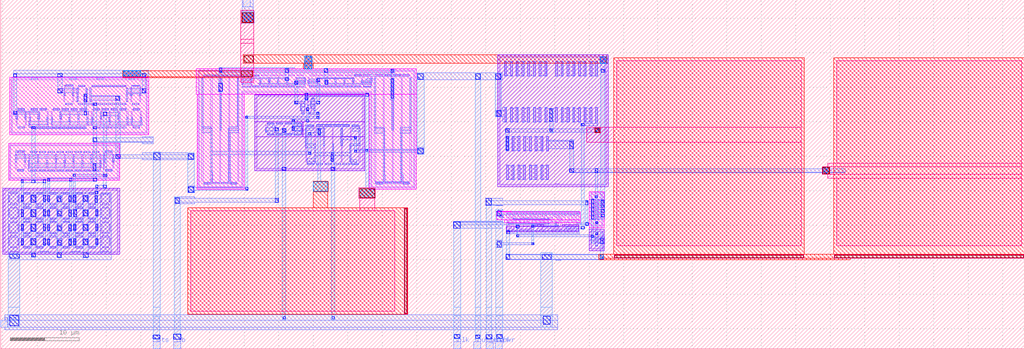
<source format=lef>
MACRO device_without_rf
  CLASS BLOCK ;
  FOREIGN device_without_rf ;
  ORIGIN 0.310 12.900 ;
  SIZE 148.410 BY 50.600 ;
  PIN vd
    ANTENNAGATEAREA 8.000000 ;
    ANTENNADIFFAREA 49.667625 ;
    PORT
      LAYER met1 ;
        RECT 34.900 36.700 35.900 37.700 ;
    END
  END vd
  PIN gnd
    ANTENNAGATEAREA 18.000000 ;
    ANTENNADIFFAREA 39.573498 ;
    PORT
      LAYER met1 ;
        RECT -0.310 -9.780 0.690 -8.780 ;
    END
  END gnd
  PIN clk
    ANTENNAGATEAREA 0.159000 ;
    PORT
      LAYER met1 ;
        RECT 65.390 -12.880 66.390 -11.880 ;
    END
  END clk
  PIN vpwr
    ANTENNAGATEAREA 0.252000 ;
    ANTENNADIFFAREA 1.764300 ;
    PORT
      LAYER met1 ;
        RECT 71.390 -12.880 72.390 -11.880 ;
    END
  END vpwr
  PIN ib
    ANTENNAGATEAREA 3.000000 ;
    ANTENNADIFFAREA 0.580000 ;
    PORT
      LAYER met1 ;
        RECT 24.790 -12.880 25.790 -11.880 ;
    END
  END ib
  PIN out_buff
    ANTENNAGATEAREA 30.224998 ;
    ANTENNADIFFAREA 18.850000 ;
    PORT
      LAYER met1 ;
        RECT 68.290 -12.880 69.290 -11.880 ;
    END
  END out_buff
  PIN vts
    ANTENNAGATEAREA 4.225000 ;
    ANTENNADIFFAREA 12.156000 ;
    PORT
      LAYER met1 ;
        RECT 21.800 -12.900 22.800 -11.900 ;
    END
  END vts
  PIN out
    ANTENNADIFFAREA 0.429000 ;
    PORT
      LAYER met1 ;
        RECT 70.090 -12.880 71.090 -11.880 ;
    END
  END out
  OBS
      LAYER nwell ;
        RECT 1.035 18.135 21.165 26.465 ;
        RECT 28.040 24.010 59.940 27.710 ;
        RECT 0.835 11.535 16.965 16.865 ;
      LAYER pwell ;
        RECT 0.000 0.800 16.960 10.400 ;
      LAYER nwell ;
        RECT 28.175 10.245 35.005 24.010 ;
      LAYER pwell ;
        RECT 36.540 20.010 52.500 23.910 ;
        RECT 36.540 17.810 43.440 20.010 ;
        RECT 43.540 17.810 52.500 20.010 ;
        RECT 36.540 12.910 52.500 17.810 ;
      LAYER nwell ;
        RECT 53.140 10.210 59.940 24.010 ;
      LAYER pwell ;
        RECT 71.800 10.600 87.760 29.700 ;
      LAYER nwell ;
        RECT 71.600 6.950 73.700 7.000 ;
        RECT 71.600 5.800 83.760 6.950 ;
        RECT 72.800 5.345 83.760 5.800 ;
      LAYER pwell ;
        RECT 77.505 4.825 78.435 5.045 ;
        RECT 81.155 4.825 83.510 5.055 ;
        RECT 72.995 4.145 83.510 4.825 ;
      LAYER nwell ;
        RECT 85.070 4.670 87.180 9.860 ;
      LAYER pwell ;
        RECT 73.135 3.955 73.305 4.145 ;
        RECT 85.070 1.320 87.180 4.420 ;
      LAYER li1 ;
        RECT 71.980 29.350 87.580 29.520 ;
        RECT 41.440 27.495 46.640 27.510 ;
        RECT 59.240 27.495 59.740 27.510 ;
        RECT 28.355 27.325 59.740 27.495 ;
        RECT 4.200 26.285 5.000 26.300 ;
        RECT 9.800 26.285 10.600 26.300 ;
        RECT 13.700 26.285 14.500 26.300 ;
        RECT 18.300 26.285 19.100 26.300 ;
        RECT 1.215 26.115 20.985 26.285 ;
        RECT 1.215 18.485 1.385 26.115 ;
        RECT 4.200 26.100 5.000 26.115 ;
        RECT 9.800 26.100 10.600 26.115 ;
        RECT 13.700 26.100 14.500 26.115 ;
        RECT 18.300 26.100 19.100 26.115 ;
        RECT 9.070 25.135 10.070 25.305 ;
        RECT 10.970 25.135 11.970 25.305 ;
        RECT 12.870 25.135 17.870 25.305 ;
        RECT 18.770 25.135 19.770 25.305 ;
        RECT 8.840 22.880 9.010 24.920 ;
        RECT 10.130 22.880 10.300 24.920 ;
        RECT 10.740 22.880 10.910 24.920 ;
        RECT 12.030 22.880 12.200 24.920 ;
        RECT 12.640 22.880 12.810 24.920 ;
        RECT 17.930 22.880 18.100 24.920 ;
        RECT 18.540 22.880 18.710 24.920 ;
        RECT 19.830 22.880 20.000 24.920 ;
        RECT 9.070 22.495 10.070 22.665 ;
        RECT 10.970 22.495 11.970 22.665 ;
        RECT 12.870 22.495 17.870 22.665 ;
        RECT 18.770 22.495 19.770 22.665 ;
        RECT 2.170 21.735 3.170 21.905 ;
        RECT 4.070 21.735 5.070 21.905 ;
        RECT 5.360 21.735 6.360 21.905 ;
        RECT 7.270 21.735 8.270 21.905 ;
        RECT 8.560 21.735 9.560 21.905 ;
        RECT 9.850 21.735 10.850 21.905 ;
        RECT 11.140 21.735 12.140 21.905 ;
        RECT 13.070 21.735 14.070 21.905 ;
        RECT 14.360 21.735 15.360 21.905 ;
        RECT 15.650 21.735 16.650 21.905 ;
        RECT 16.940 21.735 17.940 21.905 ;
        RECT 18.870 21.735 19.870 21.905 ;
        RECT 1.940 19.480 2.110 21.520 ;
        RECT 3.230 19.480 3.400 21.520 ;
        RECT 3.840 19.480 4.010 21.520 ;
        RECT 5.130 19.480 5.300 21.520 ;
        RECT 6.420 19.480 6.590 21.520 ;
        RECT 7.040 19.480 7.210 21.520 ;
        RECT 8.330 19.480 8.500 21.520 ;
        RECT 9.620 19.480 9.790 21.520 ;
        RECT 10.910 19.480 11.080 21.520 ;
        RECT 12.200 19.480 12.370 21.520 ;
        RECT 12.840 19.480 13.010 21.520 ;
        RECT 14.130 19.480 14.300 21.520 ;
        RECT 15.420 19.480 15.590 21.520 ;
        RECT 16.710 19.480 16.880 21.520 ;
        RECT 18.000 19.480 18.170 21.520 ;
        RECT 18.640 19.480 18.810 21.520 ;
        RECT 19.930 19.480 20.100 21.520 ;
        RECT 2.170 19.095 3.170 19.265 ;
        RECT 4.070 19.095 5.070 19.265 ;
        RECT 5.360 19.095 6.360 19.265 ;
        RECT 7.270 19.095 8.270 19.265 ;
        RECT 8.560 19.095 9.560 19.265 ;
        RECT 9.850 19.095 10.850 19.265 ;
        RECT 11.140 19.095 12.140 19.265 ;
        RECT 13.070 19.095 14.070 19.265 ;
        RECT 14.360 19.095 15.360 19.265 ;
        RECT 15.650 19.095 16.650 19.265 ;
        RECT 16.940 19.095 17.940 19.265 ;
        RECT 18.870 19.095 19.870 19.265 ;
        RECT 20.815 18.485 20.985 26.115 ;
        RECT 1.215 18.315 20.985 18.485 ;
        RECT 28.355 24.395 28.525 27.325 ;
        RECT 35.355 27.310 35.525 27.325 ;
        RECT 41.440 27.310 46.640 27.325 ;
        RECT 52.855 27.310 53.025 27.325 ;
        RECT 59.240 27.310 59.740 27.325 ;
        RECT 29.110 26.645 30.110 26.815 ;
        RECT 30.400 26.645 31.400 26.815 ;
        RECT 31.690 26.645 32.690 26.815 ;
        RECT 32.980 26.645 33.980 26.815 ;
        RECT 34.910 26.645 35.910 26.815 ;
        RECT 36.200 26.645 37.200 26.815 ;
        RECT 37.490 26.645 38.490 26.815 ;
        RECT 38.780 26.645 39.780 26.815 ;
        RECT 40.070 26.645 41.070 26.815 ;
        RECT 41.360 26.645 42.360 26.815 ;
        RECT 42.650 26.645 43.650 26.815 ;
        RECT 44.510 26.645 45.510 26.815 ;
        RECT 45.800 26.645 46.800 26.815 ;
        RECT 47.090 26.645 48.090 26.815 ;
        RECT 48.380 26.645 49.380 26.815 ;
        RECT 49.670 26.645 50.670 26.815 ;
        RECT 50.960 26.645 51.960 26.815 ;
        RECT 52.250 26.645 53.250 26.815 ;
        RECT 54.110 26.645 55.110 26.815 ;
        RECT 55.400 26.645 56.400 26.815 ;
        RECT 56.690 26.645 57.690 26.815 ;
        RECT 57.980 26.645 58.980 26.815 ;
        RECT 28.355 24.225 28.540 24.395 ;
        RECT 1.015 16.515 16.785 16.685 ;
        RECT 1.015 11.885 1.185 16.515 ;
        RECT 2.070 15.535 3.070 15.705 ;
        RECT 3.970 15.535 4.970 15.705 ;
        RECT 5.260 15.535 6.260 15.705 ;
        RECT 6.550 15.535 7.550 15.705 ;
        RECT 7.840 15.535 8.840 15.705 ;
        RECT 9.130 15.535 10.130 15.705 ;
        RECT 10.420 15.535 11.420 15.705 ;
        RECT 11.710 15.535 12.710 15.705 ;
        RECT 13.000 15.535 14.000 15.705 ;
        RECT 14.870 15.535 15.870 15.705 ;
        RECT 1.840 13.280 2.010 15.320 ;
        RECT 3.130 13.280 3.300 15.320 ;
        RECT 3.740 13.280 3.910 15.320 ;
        RECT 5.030 13.280 5.200 15.320 ;
        RECT 6.320 13.280 6.490 15.320 ;
        RECT 7.610 13.280 7.780 15.320 ;
        RECT 8.900 13.280 9.070 15.320 ;
        RECT 10.190 13.280 10.360 15.320 ;
        RECT 11.480 13.280 11.650 15.320 ;
        RECT 12.770 13.280 12.940 15.320 ;
        RECT 14.060 13.280 14.230 15.320 ;
        RECT 14.640 13.280 14.810 15.320 ;
        RECT 15.930 13.280 16.100 15.320 ;
        RECT 16.615 15.200 16.785 16.515 ;
        RECT 16.400 14.700 16.800 15.200 ;
        RECT 2.070 12.895 3.070 13.065 ;
        RECT 3.970 12.895 4.970 13.065 ;
        RECT 5.260 12.895 6.260 13.065 ;
        RECT 6.550 12.895 7.550 13.065 ;
        RECT 7.840 12.895 8.840 13.065 ;
        RECT 9.130 12.895 10.130 13.065 ;
        RECT 10.420 12.895 11.420 13.065 ;
        RECT 11.710 12.895 12.710 13.065 ;
        RECT 13.000 12.895 14.000 13.065 ;
        RECT 14.870 12.895 15.870 13.065 ;
        RECT 16.615 11.885 16.785 14.700 ;
        RECT 1.015 11.715 16.785 11.885 ;
        RECT 28.355 10.595 28.525 24.225 ;
        RECT 28.880 11.390 29.050 26.430 ;
        RECT 30.170 11.390 30.340 26.430 ;
        RECT 31.460 11.390 31.630 26.430 ;
        RECT 32.750 11.390 32.920 26.430 ;
        RECT 34.040 11.390 34.210 26.430 ;
        RECT 34.680 25.390 34.850 26.430 ;
        RECT 35.970 25.390 36.140 26.430 ;
        RECT 37.260 25.390 37.430 26.430 ;
        RECT 38.550 25.390 38.720 26.430 ;
        RECT 39.840 25.390 40.010 26.430 ;
        RECT 41.130 25.390 41.300 26.430 ;
        RECT 42.420 25.390 42.590 26.430 ;
        RECT 43.710 25.390 43.880 26.430 ;
        RECT 44.280 25.390 44.450 26.430 ;
        RECT 45.570 25.390 45.740 26.430 ;
        RECT 46.860 25.390 47.030 26.430 ;
        RECT 48.150 25.390 48.320 26.430 ;
        RECT 49.440 25.390 49.610 26.430 ;
        RECT 50.730 25.390 50.900 26.430 ;
        RECT 52.020 25.390 52.190 26.430 ;
        RECT 53.310 25.390 53.480 26.430 ;
        RECT 34.910 25.005 35.910 25.175 ;
        RECT 36.200 25.005 37.200 25.175 ;
        RECT 37.490 25.005 38.490 25.175 ;
        RECT 38.780 25.005 39.780 25.175 ;
        RECT 40.070 25.005 41.070 25.175 ;
        RECT 41.360 25.005 42.360 25.175 ;
        RECT 42.650 25.005 43.650 25.175 ;
        RECT 44.510 25.005 45.530 25.175 ;
        RECT 45.800 25.005 46.820 25.175 ;
        RECT 47.090 25.005 48.110 25.175 ;
        RECT 48.380 25.005 49.400 25.175 ;
        RECT 49.670 25.005 50.690 25.175 ;
        RECT 50.960 25.005 51.960 25.175 ;
        RECT 52.250 25.005 53.270 25.175 ;
        RECT 34.740 24.395 36.040 24.410 ;
        RECT 53.355 24.395 53.525 24.410 ;
        RECT 34.640 24.225 53.525 24.395 ;
        RECT 34.640 24.210 36.040 24.225 ;
        RECT 34.640 23.825 34.825 24.210 ;
        RECT 29.110 11.005 30.110 11.175 ;
        RECT 30.400 11.005 31.400 11.175 ;
        RECT 31.690 11.005 32.690 11.175 ;
        RECT 32.980 11.005 33.980 11.175 ;
        RECT 34.655 10.595 34.825 23.825 ;
        RECT 36.720 23.660 52.320 23.830 ;
        RECT 36.720 13.260 36.890 23.660 ;
        RECT 43.840 23.240 44.170 23.410 ;
        RECT 44.800 23.240 45.130 23.410 ;
        RECT 43.200 21.530 43.370 23.070 ;
        RECT 43.680 21.530 43.850 23.070 ;
        RECT 44.160 21.530 44.330 23.070 ;
        RECT 44.640 21.530 44.810 23.070 ;
        RECT 45.120 21.530 45.290 23.070 ;
        RECT 43.360 21.190 43.690 21.360 ;
        RECT 44.320 21.190 44.650 21.360 ;
        RECT 38.330 19.640 39.330 19.810 ;
        RECT 39.620 19.640 40.620 19.810 ;
        RECT 40.910 19.640 41.910 19.810 ;
        RECT 42.200 19.640 43.200 19.810 ;
        RECT 38.100 18.430 38.270 19.470 ;
        RECT 39.390 18.430 39.560 19.470 ;
        RECT 40.680 18.430 40.850 19.470 ;
        RECT 41.970 18.430 42.140 19.470 ;
        RECT 43.260 18.430 43.430 19.470 ;
        RECT 44.130 19.340 45.130 19.510 ;
        RECT 45.420 19.340 46.420 19.510 ;
        RECT 46.710 19.340 47.710 19.510 ;
        RECT 48.000 19.340 49.000 19.510 ;
        RECT 49.290 19.340 50.290 19.510 ;
        RECT 50.580 19.340 51.580 19.510 ;
        RECT 38.330 18.090 39.330 18.260 ;
        RECT 39.620 18.090 40.620 18.260 ;
        RECT 40.910 18.090 41.910 18.260 ;
        RECT 42.200 18.090 43.200 18.260 ;
        RECT 43.900 14.130 44.070 19.170 ;
        RECT 45.190 14.130 45.360 19.170 ;
        RECT 46.480 14.130 46.650 19.170 ;
        RECT 47.770 14.130 47.940 19.170 ;
        RECT 49.060 14.130 49.230 19.170 ;
        RECT 50.350 14.130 50.520 19.170 ;
        RECT 51.640 14.130 51.810 19.170 ;
        RECT 44.130 13.790 45.130 13.960 ;
        RECT 45.420 13.790 46.420 13.960 ;
        RECT 46.710 13.790 47.710 13.960 ;
        RECT 48.000 13.790 49.000 13.960 ;
        RECT 49.290 13.790 50.290 13.960 ;
        RECT 50.580 13.790 51.580 13.960 ;
        RECT 40.540 13.260 41.040 13.410 ;
        RECT 47.640 13.260 48.140 13.410 ;
        RECT 52.150 13.260 52.320 23.660 ;
        RECT 36.720 13.090 52.320 13.260 ;
        RECT 40.540 13.010 41.040 13.090 ;
        RECT 47.640 13.010 48.140 13.090 ;
        RECT 28.355 10.425 34.825 10.595 ;
        RECT 53.355 10.595 53.525 24.225 ;
        RECT 53.880 11.390 54.050 26.430 ;
        RECT 55.170 11.390 55.340 26.430 ;
        RECT 56.460 11.390 56.630 26.430 ;
        RECT 57.750 11.390 57.920 26.430 ;
        RECT 59.040 11.390 59.210 26.430 ;
        RECT 59.555 24.395 59.725 27.310 ;
        RECT 59.540 24.225 59.725 24.395 ;
        RECT 54.110 11.005 55.110 11.175 ;
        RECT 55.400 11.005 56.400 11.175 ;
        RECT 56.690 11.005 57.690 11.175 ;
        RECT 57.980 11.005 58.980 11.175 ;
        RECT 59.555 10.595 59.725 24.225 ;
        RECT 71.980 10.950 72.150 29.350 ;
        RECT 72.750 26.600 73.100 28.760 ;
        RECT 73.580 26.600 73.930 28.760 ;
        RECT 74.410 26.600 74.760 28.760 ;
        RECT 75.240 26.600 75.590 28.760 ;
        RECT 76.070 26.600 76.420 28.760 ;
        RECT 76.900 26.600 77.250 28.760 ;
        RECT 77.730 26.600 78.080 28.760 ;
        RECT 78.560 26.600 78.910 28.760 ;
        RECT 80.120 26.600 80.470 28.760 ;
        RECT 80.950 26.600 81.300 28.760 ;
        RECT 81.780 26.600 82.130 28.760 ;
        RECT 82.610 26.600 82.960 28.760 ;
        RECT 83.440 26.600 83.790 28.760 ;
        RECT 84.270 26.600 84.620 28.760 ;
        RECT 85.100 26.600 85.450 28.760 ;
        RECT 85.930 26.600 86.280 28.760 ;
        RECT 72.750 19.940 73.100 22.100 ;
        RECT 73.580 19.940 73.930 22.100 ;
        RECT 74.410 19.940 74.760 22.100 ;
        RECT 75.240 19.940 75.590 22.100 ;
        RECT 76.070 19.940 76.420 22.100 ;
        RECT 76.900 19.940 77.250 22.100 ;
        RECT 77.730 19.940 78.080 22.100 ;
        RECT 78.560 19.940 78.910 22.100 ;
        RECT 80.120 19.940 80.470 22.100 ;
        RECT 80.950 19.940 81.300 22.100 ;
        RECT 81.780 19.940 82.130 22.100 ;
        RECT 82.610 19.940 82.960 22.100 ;
        RECT 83.440 19.940 83.790 22.100 ;
        RECT 84.270 19.940 84.620 22.100 ;
        RECT 85.100 19.940 85.450 22.100 ;
        RECT 85.930 19.940 86.280 22.100 ;
        RECT 73.000 15.760 73.350 17.920 ;
        RECT 73.830 15.760 74.180 17.920 ;
        RECT 74.660 15.760 75.010 17.920 ;
        RECT 75.490 15.760 75.840 17.920 ;
        RECT 76.320 15.760 76.670 17.920 ;
        RECT 77.150 15.760 77.500 17.920 ;
        RECT 77.980 15.760 78.330 17.920 ;
        RECT 78.810 15.760 79.160 17.920 ;
        RECT 73.000 11.600 73.350 13.760 ;
        RECT 73.830 11.600 74.180 13.760 ;
        RECT 74.660 11.600 75.010 13.760 ;
        RECT 75.490 11.600 75.840 13.760 ;
        RECT 76.320 11.600 76.670 13.760 ;
        RECT 77.150 11.600 77.500 13.760 ;
        RECT 77.980 11.600 78.330 13.760 ;
        RECT 78.810 11.600 79.160 13.760 ;
        RECT 80.100 10.950 80.700 11.000 ;
        RECT 87.410 10.950 87.580 29.350 ;
        RECT 71.980 10.780 87.580 10.950 ;
        RECT 53.355 10.425 59.725 10.595 ;
        RECT 0.180 10.050 16.780 10.220 ;
        RECT 0.180 1.150 0.350 10.050 ;
        RECT 1.090 9.550 2.090 9.720 ;
        RECT 2.990 9.550 3.990 9.720 ;
        RECT 4.890 9.550 5.890 9.720 ;
        RECT 6.790 9.550 7.790 9.720 ;
        RECT 8.690 9.550 9.690 9.720 ;
        RECT 10.590 9.550 11.590 9.720 ;
        RECT 12.490 9.550 13.490 9.720 ;
        RECT 14.390 9.550 15.390 9.720 ;
        RECT 0.860 8.340 1.030 9.380 ;
        RECT 2.150 8.340 2.320 9.380 ;
        RECT 2.760 8.340 2.930 9.380 ;
        RECT 4.050 8.340 4.220 9.380 ;
        RECT 4.660 8.340 4.830 9.380 ;
        RECT 5.950 8.340 6.120 9.380 ;
        RECT 6.560 8.340 6.730 9.380 ;
        RECT 7.850 8.340 8.020 9.380 ;
        RECT 8.460 8.340 8.630 9.380 ;
        RECT 9.750 8.340 9.920 9.380 ;
        RECT 10.360 8.340 10.530 9.380 ;
        RECT 11.650 8.340 11.820 9.380 ;
        RECT 12.260 8.340 12.430 9.380 ;
        RECT 13.550 8.340 13.720 9.380 ;
        RECT 14.160 8.340 14.330 9.380 ;
        RECT 15.450 8.340 15.620 9.380 ;
        RECT 1.090 8.000 2.090 8.170 ;
        RECT 2.990 8.000 3.990 8.170 ;
        RECT 4.890 8.000 5.890 8.170 ;
        RECT 6.790 8.000 7.790 8.170 ;
        RECT 8.690 8.000 9.690 8.170 ;
        RECT 10.590 8.000 11.590 8.170 ;
        RECT 12.490 8.000 13.490 8.170 ;
        RECT 14.390 8.000 15.390 8.170 ;
        RECT 1.090 7.460 2.090 7.630 ;
        RECT 2.990 7.460 3.990 7.630 ;
        RECT 4.890 7.460 5.890 7.630 ;
        RECT 6.790 7.460 7.790 7.630 ;
        RECT 8.690 7.460 9.690 7.630 ;
        RECT 10.590 7.460 11.590 7.630 ;
        RECT 12.490 7.460 13.490 7.630 ;
        RECT 14.390 7.460 15.390 7.630 ;
        RECT 0.860 6.250 1.030 7.290 ;
        RECT 2.150 6.250 2.320 7.290 ;
        RECT 2.760 6.250 2.930 7.290 ;
        RECT 4.050 6.250 4.220 7.290 ;
        RECT 4.660 6.250 4.830 7.290 ;
        RECT 5.950 6.250 6.120 7.290 ;
        RECT 6.560 6.250 6.730 7.290 ;
        RECT 7.850 6.250 8.020 7.290 ;
        RECT 8.460 6.250 8.630 7.290 ;
        RECT 9.750 6.250 9.920 7.290 ;
        RECT 10.360 6.250 10.530 7.290 ;
        RECT 11.650 6.250 11.820 7.290 ;
        RECT 12.260 6.250 12.430 7.290 ;
        RECT 13.550 6.250 13.720 7.290 ;
        RECT 14.160 6.250 14.330 7.290 ;
        RECT 15.450 6.250 15.620 7.290 ;
        RECT 1.090 5.910 2.090 6.080 ;
        RECT 2.990 5.910 3.990 6.080 ;
        RECT 4.890 5.910 5.890 6.080 ;
        RECT 6.790 5.910 7.790 6.080 ;
        RECT 8.690 5.910 9.690 6.080 ;
        RECT 10.590 5.910 11.590 6.080 ;
        RECT 12.490 5.910 13.490 6.080 ;
        RECT 14.390 5.910 15.390 6.080 ;
        RECT 1.090 5.370 2.090 5.540 ;
        RECT 2.990 5.370 3.990 5.540 ;
        RECT 4.890 5.370 5.890 5.540 ;
        RECT 6.790 5.370 7.790 5.540 ;
        RECT 8.690 5.370 9.690 5.540 ;
        RECT 10.590 5.370 11.590 5.540 ;
        RECT 12.490 5.370 13.490 5.540 ;
        RECT 14.390 5.370 15.390 5.540 ;
        RECT 0.860 4.160 1.030 5.200 ;
        RECT 2.150 4.160 2.320 5.200 ;
        RECT 2.760 4.160 2.930 5.200 ;
        RECT 4.050 4.160 4.220 5.200 ;
        RECT 4.660 4.160 4.830 5.200 ;
        RECT 5.950 4.160 6.120 5.200 ;
        RECT 6.560 4.160 6.730 5.200 ;
        RECT 7.850 4.160 8.020 5.200 ;
        RECT 8.460 4.160 8.630 5.200 ;
        RECT 9.750 4.160 9.920 5.200 ;
        RECT 10.360 4.160 10.530 5.200 ;
        RECT 11.650 4.160 11.820 5.200 ;
        RECT 12.260 4.160 12.430 5.200 ;
        RECT 13.550 4.160 13.720 5.200 ;
        RECT 14.160 4.160 14.330 5.200 ;
        RECT 15.450 4.160 15.620 5.200 ;
        RECT 1.090 3.820 2.090 3.990 ;
        RECT 2.990 3.820 3.990 3.990 ;
        RECT 4.890 3.820 5.890 3.990 ;
        RECT 6.790 3.820 7.790 3.990 ;
        RECT 8.690 3.820 9.690 3.990 ;
        RECT 10.590 3.820 11.590 3.990 ;
        RECT 12.490 3.820 13.490 3.990 ;
        RECT 14.390 3.820 15.390 3.990 ;
        RECT 1.090 3.280 2.090 3.450 ;
        RECT 2.990 3.280 3.990 3.450 ;
        RECT 4.890 3.280 5.890 3.450 ;
        RECT 6.790 3.280 7.790 3.450 ;
        RECT 8.690 3.280 9.690 3.450 ;
        RECT 10.590 3.280 11.590 3.450 ;
        RECT 12.490 3.280 13.490 3.450 ;
        RECT 14.390 3.280 15.390 3.450 ;
        RECT 0.860 2.070 1.030 3.110 ;
        RECT 2.150 2.070 2.320 3.110 ;
        RECT 2.760 2.070 2.930 3.110 ;
        RECT 4.050 2.070 4.220 3.110 ;
        RECT 4.660 2.070 4.830 3.110 ;
        RECT 5.950 2.070 6.120 3.110 ;
        RECT 6.560 2.070 6.730 3.110 ;
        RECT 7.850 2.070 8.020 3.110 ;
        RECT 8.460 2.070 8.630 3.110 ;
        RECT 9.750 2.070 9.920 3.110 ;
        RECT 10.360 2.070 10.530 3.110 ;
        RECT 11.650 2.070 11.820 3.110 ;
        RECT 12.260 2.070 12.430 3.110 ;
        RECT 13.550 2.070 13.720 3.110 ;
        RECT 14.160 2.070 14.330 3.110 ;
        RECT 15.450 2.070 15.620 3.110 ;
        RECT 1.090 1.730 2.090 1.900 ;
        RECT 2.990 1.730 3.990 1.900 ;
        RECT 4.890 1.730 5.890 1.900 ;
        RECT 6.790 1.730 7.790 1.900 ;
        RECT 8.690 1.730 9.690 1.900 ;
        RECT 10.590 1.730 11.590 1.900 ;
        RECT 12.490 1.730 13.490 1.900 ;
        RECT 14.390 1.730 15.390 1.900 ;
        RECT 1.100 1.150 2.200 1.200 ;
        RECT 5.500 1.150 6.600 1.200 ;
        RECT 10.100 1.150 11.200 1.200 ;
        RECT 14.300 1.150 15.400 1.200 ;
        RECT 16.610 1.150 16.780 10.050 ;
        RECT 85.250 9.510 87.000 9.680 ;
        RECT 72.990 6.675 83.570 6.845 ;
        RECT 72.100 6.100 72.600 6.550 ;
        RECT 73.080 6.005 73.335 6.505 ;
        RECT 73.505 6.175 73.835 6.675 ;
        RECT 73.080 5.835 73.830 6.005 ;
        RECT 73.080 5.015 73.430 5.665 ;
        RECT 73.600 4.845 73.830 5.835 ;
        RECT 73.080 4.675 73.830 4.845 ;
        RECT 73.080 4.385 73.335 4.675 ;
        RECT 73.505 4.125 73.835 4.505 ;
        RECT 74.005 4.385 74.175 6.505 ;
        RECT 74.345 5.705 74.670 6.490 ;
        RECT 74.840 6.215 75.090 6.675 ;
        RECT 75.260 6.175 75.510 6.505 ;
        RECT 75.725 6.175 76.405 6.505 ;
        RECT 75.260 6.045 75.430 6.175 ;
        RECT 75.035 5.875 75.430 6.045 ;
        RECT 74.405 4.655 74.865 5.705 ;
        RECT 75.035 4.515 75.205 5.875 ;
        RECT 75.600 5.615 76.065 6.005 ;
        RECT 75.375 4.805 75.725 5.425 ;
        RECT 75.895 5.025 76.065 5.615 ;
        RECT 76.235 5.395 76.405 6.175 ;
        RECT 76.575 6.075 76.745 6.415 ;
        RECT 76.980 6.245 77.310 6.675 ;
        RECT 77.480 6.075 77.650 6.415 ;
        RECT 77.945 6.215 78.315 6.675 ;
        RECT 76.575 5.905 77.650 6.075 ;
        RECT 78.485 6.045 78.655 6.505 ;
        RECT 78.890 6.165 79.760 6.505 ;
        RECT 79.930 6.215 80.180 6.675 ;
        RECT 78.095 5.875 78.655 6.045 ;
        RECT 78.095 5.735 78.265 5.875 ;
        RECT 76.765 5.565 78.265 5.735 ;
        RECT 78.960 5.705 79.420 5.995 ;
        RECT 76.235 5.225 77.925 5.395 ;
        RECT 75.895 4.805 76.250 5.025 ;
        RECT 76.420 4.515 76.590 5.225 ;
        RECT 76.795 4.805 77.585 5.055 ;
        RECT 77.755 5.045 77.925 5.225 ;
        RECT 78.095 4.875 78.265 5.565 ;
        RECT 74.535 4.125 74.865 4.485 ;
        RECT 75.035 4.345 75.530 4.515 ;
        RECT 75.735 4.345 76.590 4.515 ;
        RECT 77.465 4.125 77.795 4.585 ;
        RECT 78.005 4.485 78.265 4.875 ;
        RECT 78.455 5.695 79.420 5.705 ;
        RECT 79.590 5.785 79.760 6.165 ;
        RECT 80.350 6.125 80.520 6.415 ;
        RECT 80.700 6.295 81.420 6.675 ;
        RECT 80.350 5.955 81.150 6.125 ;
        RECT 78.455 5.535 79.130 5.695 ;
        RECT 79.590 5.615 80.810 5.785 ;
        RECT 78.455 4.745 78.665 5.535 ;
        RECT 79.590 5.525 79.760 5.615 ;
        RECT 78.835 4.745 79.185 5.365 ;
        RECT 79.355 5.355 79.760 5.525 ;
        RECT 79.355 4.575 79.525 5.355 ;
        RECT 79.695 4.905 79.915 5.185 ;
        RECT 80.095 5.075 80.635 5.445 ;
        RECT 80.980 5.365 81.150 5.955 ;
        RECT 81.590 5.495 81.995 6.505 ;
        RECT 80.980 5.335 81.425 5.365 ;
        RECT 79.695 4.735 80.225 4.905 ;
        RECT 78.005 4.315 78.355 4.485 ;
        RECT 78.575 4.295 79.525 4.575 ;
        RECT 79.695 4.125 79.885 4.565 ;
        RECT 80.055 4.505 80.225 4.735 ;
        RECT 80.395 4.675 80.635 5.075 ;
        RECT 80.805 5.035 81.425 5.335 ;
        RECT 80.805 4.860 81.130 5.035 ;
        RECT 80.805 4.505 81.125 4.860 ;
        RECT 80.055 4.335 81.125 4.505 ;
        RECT 81.325 4.125 81.495 4.810 ;
        RECT 81.665 4.800 81.995 5.495 ;
        RECT 82.185 5.365 82.515 6.465 ;
        RECT 82.750 5.535 82.920 6.675 ;
        RECT 83.170 5.485 83.425 6.365 ;
        RECT 82.185 5.035 83.045 5.365 ;
        RECT 83.215 5.300 83.425 5.485 ;
        RECT 83.215 5.100 83.450 5.300 ;
        RECT 81.665 4.500 82.000 4.800 ;
        RECT 81.665 4.315 81.995 4.500 ;
        RECT 82.185 4.385 82.435 5.035 ;
        RECT 83.215 4.835 83.425 5.100 ;
        RECT 85.250 5.020 85.420 9.510 ;
        RECT 85.960 9.000 86.290 9.170 ;
        RECT 85.820 5.745 85.990 8.785 ;
        RECT 86.260 5.745 86.430 8.785 ;
        RECT 86.830 8.700 87.000 9.510 ;
        RECT 86.800 5.900 87.000 8.700 ;
        RECT 85.960 5.360 86.290 5.530 ;
        RECT 86.830 5.020 87.000 5.900 ;
        RECT 85.250 4.850 87.000 5.020 ;
        RECT 82.750 4.125 82.920 4.720 ;
        RECT 83.170 4.305 83.425 4.835 ;
        RECT 72.990 3.955 83.570 4.125 ;
        RECT 85.250 4.070 87.000 4.240 ;
        RECT 85.250 1.670 85.420 4.070 ;
        RECT 85.960 3.560 86.290 3.730 ;
        RECT 85.820 2.350 85.990 3.390 ;
        RECT 86.260 2.350 86.430 3.390 ;
        RECT 86.830 3.200 87.000 4.070 ;
        RECT 86.800 2.400 87.000 3.200 ;
        RECT 85.960 2.010 86.290 2.180 ;
        RECT 86.830 1.670 87.000 2.400 ;
        RECT 85.250 1.500 87.000 1.670 ;
        RECT 0.180 0.980 16.780 1.150 ;
      LAYER mcon ;
        RECT 9.150 25.135 9.990 25.305 ;
        RECT 11.050 25.135 11.890 25.305 ;
        RECT 12.950 25.135 17.790 25.305 ;
        RECT 18.850 25.135 19.690 25.305 ;
        RECT 8.840 23.815 9.010 24.755 ;
        RECT 10.130 23.815 10.300 24.755 ;
        RECT 10.740 22.960 10.910 24.840 ;
        RECT 12.030 22.960 12.200 24.840 ;
        RECT 12.640 22.960 12.810 24.840 ;
        RECT 17.930 22.960 18.100 24.840 ;
        RECT 18.540 23.815 18.710 24.755 ;
        RECT 19.830 23.815 20.000 24.755 ;
        RECT 9.150 22.495 9.990 22.665 ;
        RECT 11.050 22.495 11.890 22.665 ;
        RECT 12.950 22.495 17.790 22.665 ;
        RECT 18.850 22.495 19.690 22.665 ;
        RECT 2.250 21.735 3.090 21.905 ;
        RECT 4.150 21.735 4.990 21.905 ;
        RECT 5.440 21.735 6.280 21.905 ;
        RECT 7.350 21.735 8.190 21.905 ;
        RECT 8.640 21.735 9.480 21.905 ;
        RECT 9.930 21.735 10.770 21.905 ;
        RECT 11.220 21.735 12.060 21.905 ;
        RECT 13.150 21.735 13.990 21.905 ;
        RECT 14.440 21.735 15.280 21.905 ;
        RECT 15.730 21.735 16.570 21.905 ;
        RECT 17.020 21.735 17.860 21.905 ;
        RECT 18.950 21.735 19.790 21.905 ;
        RECT 1.940 20.415 2.110 21.355 ;
        RECT 3.230 20.415 3.400 21.355 ;
        RECT 3.840 19.645 4.010 20.585 ;
        RECT 5.130 20.415 5.300 21.355 ;
        RECT 6.420 19.645 6.590 20.585 ;
        RECT 7.040 19.645 7.210 20.585 ;
        RECT 8.330 20.415 8.500 21.355 ;
        RECT 9.620 19.645 9.790 20.585 ;
        RECT 10.910 20.415 11.080 21.355 ;
        RECT 12.200 19.645 12.370 20.585 ;
        RECT 12.840 19.645 13.010 20.585 ;
        RECT 14.130 20.415 14.300 21.355 ;
        RECT 15.420 19.645 15.590 20.585 ;
        RECT 16.710 20.415 16.880 21.355 ;
        RECT 18.000 19.645 18.170 20.585 ;
        RECT 18.640 19.645 18.810 20.585 ;
        RECT 19.930 19.645 20.100 20.585 ;
        RECT 2.250 19.095 3.090 19.265 ;
        RECT 4.150 19.095 4.990 19.265 ;
        RECT 5.440 19.095 6.280 19.265 ;
        RECT 7.350 19.095 8.190 19.265 ;
        RECT 8.640 19.095 9.480 19.265 ;
        RECT 9.930 19.095 10.770 19.265 ;
        RECT 11.220 19.095 12.060 19.265 ;
        RECT 13.150 19.095 13.990 19.265 ;
        RECT 14.440 19.095 15.280 19.265 ;
        RECT 15.730 19.095 16.570 19.265 ;
        RECT 17.020 19.095 17.860 19.265 ;
        RECT 18.950 19.095 19.790 19.265 ;
        RECT 30.480 26.645 31.320 26.815 ;
        RECT 31.770 26.645 32.610 26.815 ;
        RECT 36.280 26.645 37.120 26.815 ;
        RECT 51.040 26.645 51.880 26.815 ;
        RECT 55.480 26.645 56.320 26.815 ;
        RECT 56.770 26.645 57.610 26.815 ;
        RECT 2.150 15.535 2.990 15.705 ;
        RECT 4.050 15.535 4.890 15.705 ;
        RECT 5.340 15.535 6.180 15.705 ;
        RECT 6.630 15.535 7.470 15.705 ;
        RECT 7.920 15.535 8.760 15.705 ;
        RECT 9.210 15.535 10.050 15.705 ;
        RECT 10.500 15.535 11.340 15.705 ;
        RECT 11.790 15.535 12.630 15.705 ;
        RECT 13.080 15.535 13.920 15.705 ;
        RECT 14.950 15.535 15.790 15.705 ;
        RECT 1.840 14.215 2.010 15.155 ;
        RECT 3.130 14.215 3.300 15.155 ;
        RECT 3.740 13.445 3.910 14.385 ;
        RECT 5.030 14.215 5.200 15.155 ;
        RECT 6.320 13.445 6.490 14.385 ;
        RECT 7.610 14.215 7.780 15.155 ;
        RECT 8.900 13.445 9.070 14.385 ;
        RECT 10.190 14.215 10.360 15.155 ;
        RECT 11.480 13.445 11.650 14.385 ;
        RECT 12.770 14.215 12.940 15.155 ;
        RECT 14.060 13.445 14.230 14.385 ;
        RECT 14.640 14.215 14.810 15.155 ;
        RECT 15.930 14.215 16.100 15.155 ;
        RECT 16.400 14.700 16.800 15.200 ;
        RECT 2.150 12.895 2.990 13.065 ;
        RECT 4.050 12.895 4.890 13.065 ;
        RECT 5.340 12.895 6.180 13.065 ;
        RECT 6.630 12.895 7.470 13.065 ;
        RECT 7.920 12.895 8.760 13.065 ;
        RECT 9.210 12.895 10.050 13.065 ;
        RECT 10.500 12.895 11.340 13.065 ;
        RECT 11.790 12.895 12.630 13.065 ;
        RECT 13.080 12.895 13.920 13.065 ;
        RECT 14.950 12.895 15.790 13.065 ;
        RECT 28.880 18.825 29.050 26.265 ;
        RECT 30.170 11.555 30.340 18.995 ;
        RECT 31.460 18.825 31.630 26.265 ;
        RECT 32.750 11.555 32.920 18.995 ;
        RECT 34.040 18.825 34.210 26.265 ;
        RECT 34.680 25.555 34.850 25.995 ;
        RECT 35.970 25.825 36.140 26.265 ;
        RECT 37.260 25.555 37.430 25.995 ;
        RECT 38.550 25.825 38.720 26.265 ;
        RECT 39.840 25.555 40.010 25.995 ;
        RECT 41.130 25.825 41.300 26.265 ;
        RECT 42.420 25.555 42.590 25.995 ;
        RECT 43.710 25.825 43.880 26.265 ;
        RECT 44.280 25.555 44.450 25.995 ;
        RECT 45.570 25.825 45.740 26.265 ;
        RECT 46.860 25.555 47.030 25.995 ;
        RECT 48.150 25.825 48.320 26.265 ;
        RECT 49.440 25.555 49.610 25.995 ;
        RECT 50.730 25.825 50.900 26.265 ;
        RECT 52.020 25.555 52.190 25.995 ;
        RECT 53.310 25.825 53.480 26.265 ;
        RECT 34.990 25.005 35.830 25.175 ;
        RECT 36.280 25.005 37.120 25.175 ;
        RECT 37.570 25.005 38.410 25.175 ;
        RECT 38.860 25.005 39.700 25.175 ;
        RECT 40.150 25.005 40.990 25.175 ;
        RECT 41.440 25.005 42.280 25.175 ;
        RECT 42.730 25.005 43.570 25.175 ;
        RECT 44.690 25.005 45.530 25.175 ;
        RECT 45.980 25.005 46.820 25.175 ;
        RECT 47.270 25.005 48.110 25.175 ;
        RECT 48.560 25.005 49.400 25.175 ;
        RECT 49.850 25.005 50.690 25.175 ;
        RECT 51.040 25.005 51.880 25.175 ;
        RECT 52.330 25.005 53.270 25.175 ;
        RECT 29.190 11.005 30.030 11.175 ;
        RECT 33.060 11.005 33.900 11.175 ;
        RECT 43.920 23.240 44.090 23.410 ;
        RECT 44.880 23.240 45.050 23.410 ;
        RECT 43.200 21.695 43.370 22.385 ;
        RECT 43.680 22.215 43.850 22.905 ;
        RECT 44.160 21.695 44.330 22.385 ;
        RECT 44.640 22.215 44.810 22.905 ;
        RECT 45.120 21.695 45.290 22.385 ;
        RECT 43.440 21.190 43.610 21.360 ;
        RECT 44.400 21.190 44.570 21.360 ;
        RECT 38.410 19.640 39.250 19.810 ;
        RECT 39.700 19.640 40.540 19.810 ;
        RECT 40.990 19.640 41.830 19.810 ;
        RECT 42.280 19.640 43.120 19.810 ;
        RECT 38.100 18.595 38.270 19.035 ;
        RECT 39.390 18.865 39.560 19.305 ;
        RECT 40.680 18.595 40.850 19.035 ;
        RECT 41.970 18.865 42.140 19.305 ;
        RECT 44.210 19.340 45.050 19.510 ;
        RECT 45.500 19.340 46.340 19.510 ;
        RECT 46.790 19.340 47.630 19.510 ;
        RECT 48.080 19.340 48.920 19.510 ;
        RECT 49.370 19.340 50.210 19.510 ;
        RECT 50.660 19.340 51.500 19.510 ;
        RECT 43.260 18.595 43.430 19.035 ;
        RECT 38.410 18.090 39.250 18.260 ;
        RECT 39.700 18.090 40.540 18.260 ;
        RECT 40.990 18.090 41.830 18.260 ;
        RECT 42.280 18.090 43.120 18.260 ;
        RECT 43.900 16.565 44.070 19.005 ;
        RECT 45.190 14.295 45.360 16.735 ;
        RECT 46.480 16.565 46.650 19.005 ;
        RECT 47.770 14.295 47.940 16.735 ;
        RECT 49.060 16.565 49.230 19.005 ;
        RECT 50.350 14.295 50.520 16.735 ;
        RECT 51.640 16.565 51.810 19.005 ;
        RECT 44.210 13.790 45.050 13.960 ;
        RECT 45.500 13.790 46.340 13.960 ;
        RECT 46.790 13.790 47.630 13.960 ;
        RECT 48.080 13.790 48.920 13.960 ;
        RECT 49.370 13.790 50.210 13.960 ;
        RECT 50.660 13.790 51.500 13.960 ;
        RECT 53.880 18.825 54.050 26.265 ;
        RECT 55.170 11.555 55.340 18.995 ;
        RECT 56.460 18.825 56.630 26.265 ;
        RECT 57.750 11.555 57.920 18.995 ;
        RECT 59.040 18.825 59.210 26.265 ;
        RECT 54.190 11.005 55.030 11.175 ;
        RECT 58.060 11.005 58.900 11.175 ;
        RECT 72.830 26.685 73.020 28.670 ;
        RECT 73.660 26.685 73.850 28.670 ;
        RECT 74.490 26.685 74.680 28.670 ;
        RECT 75.320 26.685 75.510 28.670 ;
        RECT 76.150 26.685 76.340 28.670 ;
        RECT 76.980 26.685 77.170 28.670 ;
        RECT 77.810 26.685 78.000 28.670 ;
        RECT 78.640 26.685 78.830 28.670 ;
        RECT 80.200 26.685 80.390 28.670 ;
        RECT 81.030 26.685 81.220 28.670 ;
        RECT 81.860 26.685 82.050 28.670 ;
        RECT 82.690 26.685 82.880 28.670 ;
        RECT 83.520 26.685 83.710 28.670 ;
        RECT 84.350 26.685 84.540 28.670 ;
        RECT 85.180 26.685 85.370 28.670 ;
        RECT 86.010 26.685 86.200 28.670 ;
        RECT 72.830 20.030 73.020 22.015 ;
        RECT 73.660 20.030 73.850 22.015 ;
        RECT 74.490 20.030 74.680 22.015 ;
        RECT 75.320 20.030 75.510 22.015 ;
        RECT 76.150 20.030 76.340 22.015 ;
        RECT 76.980 20.030 77.170 22.015 ;
        RECT 77.810 20.030 78.000 22.015 ;
        RECT 78.640 20.030 78.830 22.015 ;
        RECT 80.200 20.030 80.390 22.015 ;
        RECT 81.030 20.030 81.220 22.015 ;
        RECT 81.860 20.030 82.050 22.015 ;
        RECT 82.690 20.030 82.880 22.015 ;
        RECT 83.520 20.030 83.710 22.015 ;
        RECT 84.350 20.030 84.540 22.015 ;
        RECT 85.180 20.030 85.370 22.015 ;
        RECT 86.010 20.030 86.200 22.015 ;
        RECT 73.080 15.845 73.270 17.830 ;
        RECT 73.910 15.845 74.100 17.830 ;
        RECT 74.740 15.845 74.930 17.830 ;
        RECT 75.570 15.845 75.760 17.830 ;
        RECT 76.400 15.845 76.590 17.830 ;
        RECT 77.230 15.845 77.420 17.830 ;
        RECT 78.060 15.845 78.250 17.830 ;
        RECT 78.890 15.845 79.080 17.830 ;
        RECT 73.080 11.690 73.270 13.675 ;
        RECT 73.910 11.690 74.100 13.675 ;
        RECT 74.740 11.690 74.930 13.675 ;
        RECT 75.570 11.690 75.760 13.675 ;
        RECT 76.400 11.690 76.590 13.675 ;
        RECT 77.230 11.690 77.420 13.675 ;
        RECT 78.060 11.690 78.250 13.675 ;
        RECT 78.890 11.690 79.080 13.675 ;
        RECT 1.170 9.550 2.010 9.720 ;
        RECT 3.070 9.550 3.910 9.720 ;
        RECT 4.970 9.550 5.810 9.720 ;
        RECT 6.870 9.550 7.710 9.720 ;
        RECT 8.770 9.550 9.610 9.720 ;
        RECT 10.670 9.550 11.510 9.720 ;
        RECT 12.570 9.550 13.410 9.720 ;
        RECT 14.470 9.550 15.310 9.720 ;
        RECT 0.860 8.420 1.030 9.300 ;
        RECT 2.150 8.420 2.320 9.300 ;
        RECT 2.760 8.420 2.930 9.300 ;
        RECT 4.050 8.420 4.220 9.300 ;
        RECT 4.660 8.420 4.830 9.300 ;
        RECT 5.950 8.420 6.120 9.300 ;
        RECT 6.560 8.420 6.730 9.300 ;
        RECT 7.850 8.420 8.020 9.300 ;
        RECT 8.460 8.420 8.630 9.300 ;
        RECT 9.750 8.420 9.920 9.300 ;
        RECT 10.360 8.420 10.530 9.300 ;
        RECT 11.650 8.420 11.820 9.300 ;
        RECT 12.260 8.420 12.430 9.300 ;
        RECT 13.550 8.420 13.720 9.300 ;
        RECT 14.160 8.420 14.330 9.300 ;
        RECT 15.450 8.420 15.620 9.300 ;
        RECT 1.170 8.000 2.010 8.170 ;
        RECT 3.070 8.000 3.910 8.170 ;
        RECT 4.970 8.000 5.810 8.170 ;
        RECT 6.870 8.000 7.710 8.170 ;
        RECT 8.770 8.000 9.610 8.170 ;
        RECT 10.670 8.000 11.510 8.170 ;
        RECT 12.570 8.000 13.410 8.170 ;
        RECT 14.470 8.000 15.310 8.170 ;
        RECT 1.170 7.460 2.010 7.630 ;
        RECT 3.070 7.460 3.910 7.630 ;
        RECT 4.970 7.460 5.810 7.630 ;
        RECT 6.870 7.460 7.710 7.630 ;
        RECT 8.770 7.460 9.610 7.630 ;
        RECT 10.670 7.460 11.510 7.630 ;
        RECT 12.570 7.460 13.410 7.630 ;
        RECT 14.470 7.460 15.310 7.630 ;
        RECT 0.860 6.330 1.030 7.210 ;
        RECT 2.150 6.330 2.320 7.210 ;
        RECT 2.760 6.330 2.930 7.210 ;
        RECT 4.050 6.330 4.220 7.210 ;
        RECT 4.660 6.330 4.830 7.210 ;
        RECT 5.950 6.330 6.120 7.210 ;
        RECT 6.560 6.330 6.730 7.210 ;
        RECT 7.850 6.330 8.020 7.210 ;
        RECT 8.460 6.330 8.630 7.210 ;
        RECT 9.750 6.330 9.920 7.210 ;
        RECT 10.360 6.330 10.530 7.210 ;
        RECT 11.650 6.330 11.820 7.210 ;
        RECT 12.260 6.330 12.430 7.210 ;
        RECT 13.550 6.330 13.720 7.210 ;
        RECT 14.160 6.330 14.330 7.210 ;
        RECT 15.450 6.330 15.620 7.210 ;
        RECT 1.170 5.910 2.010 6.080 ;
        RECT 3.070 5.910 3.910 6.080 ;
        RECT 4.970 5.910 5.810 6.080 ;
        RECT 6.870 5.910 7.710 6.080 ;
        RECT 8.770 5.910 9.610 6.080 ;
        RECT 10.670 5.910 11.510 6.080 ;
        RECT 12.570 5.910 13.410 6.080 ;
        RECT 14.470 5.910 15.310 6.080 ;
        RECT 1.170 5.370 2.010 5.540 ;
        RECT 3.070 5.370 3.910 5.540 ;
        RECT 4.970 5.370 5.810 5.540 ;
        RECT 6.870 5.370 7.710 5.540 ;
        RECT 8.770 5.370 9.610 5.540 ;
        RECT 10.670 5.370 11.510 5.540 ;
        RECT 12.570 5.370 13.410 5.540 ;
        RECT 14.470 5.370 15.310 5.540 ;
        RECT 0.860 4.240 1.030 5.120 ;
        RECT 2.150 4.240 2.320 5.120 ;
        RECT 2.760 4.240 2.930 5.120 ;
        RECT 4.050 4.240 4.220 5.120 ;
        RECT 4.660 4.240 4.830 5.120 ;
        RECT 5.950 4.240 6.120 5.120 ;
        RECT 6.560 4.240 6.730 5.120 ;
        RECT 7.850 4.240 8.020 5.120 ;
        RECT 8.460 4.240 8.630 5.120 ;
        RECT 9.750 4.240 9.920 5.120 ;
        RECT 10.360 4.240 10.530 5.120 ;
        RECT 11.650 4.240 11.820 5.120 ;
        RECT 12.260 4.240 12.430 5.120 ;
        RECT 13.550 4.240 13.720 5.120 ;
        RECT 14.160 4.240 14.330 5.120 ;
        RECT 15.450 4.240 15.620 5.120 ;
        RECT 1.170 3.820 2.010 3.990 ;
        RECT 3.070 3.820 3.910 3.990 ;
        RECT 4.970 3.820 5.810 3.990 ;
        RECT 6.870 3.820 7.710 3.990 ;
        RECT 8.770 3.820 9.610 3.990 ;
        RECT 10.670 3.820 11.510 3.990 ;
        RECT 12.570 3.820 13.410 3.990 ;
        RECT 14.470 3.820 15.310 3.990 ;
        RECT 1.170 3.280 2.010 3.450 ;
        RECT 3.070 3.280 3.910 3.450 ;
        RECT 4.970 3.280 5.810 3.450 ;
        RECT 6.870 3.280 7.710 3.450 ;
        RECT 8.770 3.280 9.610 3.450 ;
        RECT 10.670 3.280 11.510 3.450 ;
        RECT 12.570 3.280 13.410 3.450 ;
        RECT 14.470 3.280 15.310 3.450 ;
        RECT 0.860 2.150 1.030 3.030 ;
        RECT 2.150 2.150 2.320 3.030 ;
        RECT 2.760 2.150 2.930 3.030 ;
        RECT 4.050 2.150 4.220 3.030 ;
        RECT 4.660 2.150 4.830 3.030 ;
        RECT 5.950 2.150 6.120 3.030 ;
        RECT 6.560 2.150 6.730 3.030 ;
        RECT 7.850 2.150 8.020 3.030 ;
        RECT 8.460 2.150 8.630 3.030 ;
        RECT 9.750 2.150 9.920 3.030 ;
        RECT 10.360 2.150 10.530 3.030 ;
        RECT 11.650 2.150 11.820 3.030 ;
        RECT 12.260 2.150 12.430 3.030 ;
        RECT 13.550 2.150 13.720 3.030 ;
        RECT 14.160 2.150 14.330 3.030 ;
        RECT 15.450 2.150 15.620 3.030 ;
        RECT 1.170 1.730 2.010 1.900 ;
        RECT 3.070 1.730 3.910 1.900 ;
        RECT 4.970 1.730 5.810 1.900 ;
        RECT 6.870 1.730 7.710 1.900 ;
        RECT 8.770 1.730 9.610 1.900 ;
        RECT 10.670 1.730 11.510 1.900 ;
        RECT 12.570 1.730 13.410 1.900 ;
        RECT 14.470 1.730 15.310 1.900 ;
        RECT 1.100 1.000 2.200 1.200 ;
        RECT 5.500 1.000 6.600 1.200 ;
        RECT 10.100 1.000 11.200 1.200 ;
        RECT 14.300 1.000 15.400 1.200 ;
        RECT 73.135 6.675 73.305 6.845 ;
        RECT 73.595 6.675 73.765 6.845 ;
        RECT 74.055 6.675 74.225 6.845 ;
        RECT 74.515 6.675 74.685 6.845 ;
        RECT 74.975 6.675 75.145 6.845 ;
        RECT 75.435 6.675 75.605 6.845 ;
        RECT 75.895 6.675 76.065 6.845 ;
        RECT 76.355 6.675 76.525 6.845 ;
        RECT 76.815 6.675 76.985 6.845 ;
        RECT 77.275 6.675 77.445 6.845 ;
        RECT 77.735 6.675 77.905 6.845 ;
        RECT 78.195 6.675 78.365 6.845 ;
        RECT 78.655 6.675 78.825 6.845 ;
        RECT 79.115 6.675 79.285 6.845 ;
        RECT 79.575 6.675 79.745 6.845 ;
        RECT 80.035 6.675 80.205 6.845 ;
        RECT 80.495 6.675 80.665 6.845 ;
        RECT 80.955 6.675 81.125 6.845 ;
        RECT 81.415 6.675 81.585 6.845 ;
        RECT 81.875 6.675 82.045 6.845 ;
        RECT 82.335 6.675 82.505 6.845 ;
        RECT 82.795 6.675 82.965 6.845 ;
        RECT 83.255 6.675 83.425 6.845 ;
        RECT 72.150 6.250 72.500 6.500 ;
        RECT 73.100 5.100 73.300 5.400 ;
        RECT 73.600 5.145 73.770 5.315 ;
        RECT 74.005 5.825 74.175 5.995 ;
        RECT 74.500 4.750 74.800 4.950 ;
        RECT 75.895 5.825 76.065 5.995 ;
        RECT 75.435 5.145 75.605 5.315 ;
        RECT 79.015 5.825 79.185 5.995 ;
        RECT 77.155 4.805 77.325 4.975 ;
        RECT 79.015 5.145 79.185 5.315 ;
        RECT 80.095 5.120 80.265 5.290 ;
        RECT 80.395 4.805 80.565 4.975 ;
        RECT 83.250 5.100 83.450 5.300 ;
        RECT 81.700 4.500 82.000 4.800 ;
        RECT 86.040 9.000 86.210 9.170 ;
        RECT 85.820 5.825 85.990 8.705 ;
        RECT 86.260 5.825 86.430 8.705 ;
        RECT 86.800 5.900 87.000 8.700 ;
        RECT 86.040 5.360 86.210 5.530 ;
        RECT 73.135 3.955 73.305 4.125 ;
        RECT 73.595 3.955 73.765 4.125 ;
        RECT 74.055 3.955 74.225 4.125 ;
        RECT 74.515 3.955 74.685 4.125 ;
        RECT 74.975 3.955 75.145 4.125 ;
        RECT 75.435 3.955 75.605 4.125 ;
        RECT 75.895 3.955 76.065 4.125 ;
        RECT 76.355 3.955 76.525 4.125 ;
        RECT 76.815 3.955 76.985 4.125 ;
        RECT 77.275 3.955 77.445 4.125 ;
        RECT 77.735 3.955 77.905 4.125 ;
        RECT 78.195 3.955 78.365 4.125 ;
        RECT 78.655 3.955 78.825 4.125 ;
        RECT 79.115 3.955 79.285 4.125 ;
        RECT 79.575 3.955 79.745 4.125 ;
        RECT 80.035 3.955 80.205 4.125 ;
        RECT 80.495 3.955 80.665 4.125 ;
        RECT 80.955 3.955 81.125 4.125 ;
        RECT 81.415 3.955 81.585 4.125 ;
        RECT 81.875 3.955 82.045 4.125 ;
        RECT 82.335 3.955 82.505 4.125 ;
        RECT 82.795 3.955 82.965 4.125 ;
        RECT 83.255 3.955 83.425 4.125 ;
        RECT 86.040 3.560 86.210 3.730 ;
        RECT 85.820 2.430 85.990 3.310 ;
        RECT 86.260 2.430 86.430 3.310 ;
        RECT 86.800 2.400 87.000 3.200 ;
        RECT 86.040 2.010 86.210 2.180 ;
      LAYER met1 ;
        RECT 34.700 36.700 34.900 37.700 ;
        RECT 35.900 36.700 36.300 37.700 ;
        RECT 34.700 36.000 36.300 36.700 ;
        RECT 34.500 34.300 36.500 36.000 ;
        RECT 43.750 28.710 44.850 29.500 ;
        RECT 31.340 27.710 42.340 27.810 ;
        RECT 43.740 27.710 44.850 28.710 ;
        RECT 72.800 28.700 73.050 28.730 ;
        RECT 73.630 28.700 73.880 28.730 ;
        RECT 1.600 27.000 21.200 27.500 ;
        RECT 31.340 27.110 56.840 27.710 ;
        RECT 1.550 26.500 21.200 27.000 ;
        RECT 30.420 26.810 31.380 26.845 ;
        RECT 31.710 26.810 32.670 26.845 ;
        RECT 36.220 26.810 37.180 26.845 ;
        RECT 29.140 26.615 37.180 26.810 ;
        RECT 29.140 26.610 37.140 26.615 ;
        RECT 50.940 26.610 58.940 26.910 ;
        RECT 4.200 26.330 5.000 26.500 ;
        RECT 9.800 26.330 10.600 26.500 ;
        RECT 13.700 26.330 14.500 26.500 ;
        RECT 18.300 26.330 19.100 26.500 ;
        RECT 4.140 26.070 5.060 26.330 ;
        RECT 9.740 26.070 10.660 26.330 ;
        RECT 13.640 26.070 14.560 26.330 ;
        RECT 18.240 26.070 19.160 26.330 ;
        RECT 9.100 25.335 10.200 25.400 ;
        RECT 9.090 25.300 10.200 25.335 ;
        RECT 9.000 24.815 10.200 25.300 ;
        RECT 10.990 25.105 11.950 25.335 ;
        RECT 12.890 25.105 17.850 25.335 ;
        RECT 18.790 25.300 19.750 25.335 ;
        RECT 18.790 25.200 19.900 25.300 ;
        RECT 8.810 24.800 10.330 24.815 ;
        RECT 10.710 24.800 10.940 24.900 ;
        RECT 7.950 24.200 11.000 24.800 ;
        RECT 8.810 23.755 9.040 24.200 ;
        RECT 10.100 23.755 10.330 24.200 ;
        RECT 10.710 22.900 10.940 24.200 ;
        RECT 12.000 24.000 12.230 24.900 ;
        RECT 11.750 22.900 12.250 24.000 ;
        RECT 12.610 23.800 12.840 24.900 ;
        RECT 17.900 24.800 18.130 24.900 ;
        RECT 18.600 24.815 19.900 25.200 ;
        RECT 18.510 24.800 20.030 24.815 ;
        RECT 17.900 24.200 20.750 24.800 ;
        RECT 17.900 24.100 20.100 24.200 ;
        RECT 12.600 23.700 16.900 23.800 ;
        RECT 12.600 23.100 16.950 23.700 ;
        RECT 12.610 22.900 12.840 23.100 ;
        RECT 17.900 22.900 18.130 24.100 ;
        RECT 18.510 23.755 18.740 24.100 ;
        RECT 19.800 23.755 20.030 24.100 ;
        RECT 11.000 22.695 13.650 22.700 ;
        RECT 9.090 22.465 10.050 22.695 ;
        RECT 10.990 22.500 17.850 22.695 ;
        RECT 10.990 22.465 11.950 22.500 ;
        RECT 12.890 22.465 17.850 22.500 ;
        RECT 18.790 22.465 19.750 22.695 ;
        RECT 13.050 22.400 13.650 22.465 ;
        RECT 2.190 21.900 3.150 21.935 ;
        RECT 2.190 21.705 3.200 21.900 ;
        RECT 4.090 21.705 5.050 21.935 ;
        RECT 5.380 21.705 6.340 21.935 ;
        RECT 7.290 21.705 8.250 21.935 ;
        RECT 8.580 21.705 9.540 21.935 ;
        RECT 9.870 21.705 10.830 21.935 ;
        RECT 11.160 21.705 12.120 21.935 ;
        RECT 13.090 21.705 14.050 21.935 ;
        RECT 14.380 21.705 15.340 21.935 ;
        RECT 15.670 21.705 16.630 21.935 ;
        RECT 16.960 21.705 17.920 21.935 ;
        RECT 18.890 21.705 19.850 21.935 ;
        RECT 2.200 21.500 3.200 21.705 ;
        RECT 1.550 21.415 5.300 21.500 ;
        RECT 1.550 21.100 5.330 21.415 ;
        RECT 1.910 20.355 2.140 21.100 ;
        RECT 3.200 20.355 3.430 21.100 ;
        RECT 3.810 20.100 4.040 20.645 ;
        RECT 5.100 20.355 5.330 21.100 ;
        RECT 8.300 21.000 12.500 21.500 ;
        RECT 14.100 21.400 14.330 21.415 ;
        RECT 16.680 21.400 16.910 21.415 ;
        RECT 6.390 20.100 6.620 20.645 ;
        RECT 3.800 19.585 6.620 20.100 ;
        RECT 7.010 20.000 7.240 20.645 ;
        RECT 8.300 20.355 8.530 21.000 ;
        RECT 9.590 20.000 9.820 20.645 ;
        RECT 10.880 20.355 11.110 21.000 ;
        RECT 14.100 20.900 16.910 21.400 ;
        RECT 12.170 20.000 12.400 20.645 ;
        RECT 12.810 20.000 13.040 20.645 ;
        RECT 14.100 20.355 14.330 20.900 ;
        RECT 15.390 20.000 15.620 20.645 ;
        RECT 16.680 20.355 16.910 20.900 ;
        RECT 17.970 20.000 18.200 20.645 ;
        RECT 18.610 20.000 18.840 20.645 ;
        RECT 19.900 20.000 20.130 20.645 ;
        RECT 3.800 19.300 6.600 19.585 ;
        RECT 7.000 19.500 20.200 20.000 ;
        RECT 3.800 19.295 12.100 19.300 ;
        RECT 13.050 19.295 17.900 19.300 ;
        RECT 18.900 19.295 19.800 19.500 ;
        RECT 28.850 19.310 29.080 26.325 ;
        RECT 31.430 25.610 31.660 26.325 ;
        RECT 31.290 24.410 31.890 25.610 ;
        RECT 2.190 19.065 3.150 19.295 ;
        RECT 3.800 19.200 12.120 19.295 ;
        RECT 4.090 19.065 12.120 19.200 ;
        RECT 13.050 19.100 17.920 19.295 ;
        RECT 13.050 19.065 14.050 19.100 ;
        RECT 14.380 19.065 15.340 19.100 ;
        RECT 15.670 19.065 16.630 19.100 ;
        RECT 16.960 19.065 17.920 19.100 ;
        RECT 18.890 19.065 19.850 19.295 ;
        RECT 4.100 19.000 12.100 19.065 ;
        RECT 13.050 19.000 13.650 19.065 ;
        RECT 28.840 19.055 30.240 19.310 ;
        RECT 28.840 18.410 30.370 19.055 ;
        RECT 31.430 18.765 31.660 24.410 ;
        RECT 34.010 19.310 34.240 26.325 ;
        RECT 35.940 26.210 41.490 26.410 ;
        RECT 34.740 26.055 36.170 26.210 ;
        RECT 34.650 25.765 36.170 26.055 ;
        RECT 34.650 25.495 36.040 25.765 ;
        RECT 37.230 25.610 37.460 26.055 ;
        RECT 38.520 25.765 38.750 26.210 ;
        RECT 39.810 25.610 40.040 26.055 ;
        RECT 40.890 26.010 41.490 26.210 ;
        RECT 42.540 26.325 43.840 26.410 ;
        RECT 45.640 26.325 50.940 26.410 ;
        RECT 42.540 26.055 43.910 26.325 ;
        RECT 45.540 26.210 50.940 26.325 ;
        RECT 53.280 26.310 53.510 26.325 ;
        RECT 44.440 26.055 45.990 26.210 ;
        RECT 41.100 25.765 41.330 26.010 ;
        RECT 42.390 25.910 43.910 26.055 ;
        RECT 42.290 25.765 43.910 25.910 ;
        RECT 44.250 25.810 45.990 26.055 ;
        RECT 46.830 26.010 47.060 26.055 ;
        RECT 44.250 25.765 45.770 25.810 ;
        RECT 42.290 25.610 43.840 25.765 ;
        RECT 34.740 25.010 36.040 25.495 ;
        RECT 37.140 25.410 43.840 25.610 ;
        RECT 44.250 25.510 45.740 25.765 ;
        RECT 46.690 25.610 47.190 26.010 ;
        RECT 48.120 25.765 48.350 26.210 ;
        RECT 49.410 25.610 49.640 26.055 ;
        RECT 50.700 25.765 50.930 26.210 ;
        RECT 51.990 26.010 52.220 26.055 ;
        RECT 52.740 26.010 53.540 26.310 ;
        RECT 51.990 25.810 53.540 26.010 ;
        RECT 51.990 25.765 53.510 25.810 ;
        RECT 51.990 25.610 53.440 25.765 ;
        RECT 44.250 25.495 46.040 25.510 ;
        RECT 41.340 25.210 42.340 25.410 ;
        RECT 36.240 25.205 42.340 25.210 ;
        RECT 36.220 25.010 42.340 25.205 ;
        RECT 42.540 25.010 43.840 25.410 ;
        RECT 44.440 25.210 46.040 25.495 ;
        RECT 46.690 25.410 53.440 25.610 ;
        RECT 44.440 25.205 51.840 25.210 ;
        RECT 44.440 25.010 51.940 25.205 ;
        RECT 52.240 25.110 53.440 25.410 ;
        RECT 34.930 24.975 35.890 25.010 ;
        RECT 36.220 24.975 37.180 25.010 ;
        RECT 37.510 24.975 38.470 25.010 ;
        RECT 38.800 24.975 39.760 25.010 ;
        RECT 40.090 24.975 41.050 25.010 ;
        RECT 41.380 24.975 42.340 25.010 ;
        RECT 42.670 24.975 43.630 25.010 ;
        RECT 44.630 24.975 45.590 25.010 ;
        RECT 45.920 24.975 46.880 25.010 ;
        RECT 47.210 24.975 48.170 25.010 ;
        RECT 48.500 24.975 49.460 25.010 ;
        RECT 49.790 24.975 50.750 25.010 ;
        RECT 50.980 24.975 51.940 25.010 ;
        RECT 52.270 25.010 53.440 25.110 ;
        RECT 52.270 24.975 53.330 25.010 ;
        RECT 43.790 23.710 53.090 24.110 ;
        RECT 43.790 23.210 44.290 23.510 ;
        RECT 44.840 23.440 45.140 23.510 ;
        RECT 44.820 23.310 45.140 23.440 ;
        RECT 44.740 23.010 45.240 23.310 ;
        RECT 42.290 22.965 43.740 23.010 ;
        RECT 44.740 22.965 45.990 23.010 ;
        RECT 42.290 22.610 43.880 22.965 ;
        RECT 43.140 22.155 43.880 22.610 ;
        RECT 44.610 22.610 45.990 22.965 ;
        RECT 44.610 22.445 45.240 22.610 ;
        RECT 43.140 21.610 43.740 22.155 ;
        RECT 44.130 22.010 44.360 22.445 ;
        RECT 44.610 22.155 45.320 22.445 ;
        RECT 43.990 21.610 44.390 22.010 ;
        RECT 44.740 21.910 45.320 22.155 ;
        RECT 45.090 21.635 45.320 21.910 ;
        RECT 43.340 21.110 43.740 21.610 ;
        RECT 44.340 21.310 44.640 21.410 ;
        RECT 45.490 21.310 45.890 21.410 ;
        RECT 44.340 21.110 45.940 21.310 ;
        RECT 35.190 20.510 45.940 20.810 ;
        RECT 41.890 20.010 44.390 20.310 ;
        RECT 38.350 19.610 39.310 19.840 ;
        RECT 39.640 19.610 40.600 19.840 ;
        RECT 40.930 19.610 41.890 19.840 ;
        RECT 42.220 19.810 43.180 19.840 ;
        RECT 42.220 19.610 43.340 19.810 ;
        RECT 32.740 19.055 34.240 19.310 ;
        RECT 38.440 19.110 39.140 19.610 ;
        RECT 42.340 19.410 43.340 19.610 ;
        RECT 45.540 19.540 50.240 19.610 ;
        RECT 44.150 19.510 45.110 19.540 ;
        RECT 42.040 19.365 43.340 19.410 ;
        RECT 39.360 19.110 39.590 19.365 ;
        RECT 41.940 19.310 43.340 19.365 ;
        RECT 32.720 18.765 34.240 19.055 ;
        RECT 20.200 17.700 21.850 17.800 ;
        RECT 13.050 17.100 21.850 17.700 ;
        RECT 13.100 17.000 21.850 17.100 ;
        RECT 20.200 16.800 21.850 17.000 ;
        RECT 1.900 15.215 3.200 15.800 ;
        RECT 3.990 15.505 4.950 15.735 ;
        RECT 5.280 15.505 6.240 15.735 ;
        RECT 6.570 15.505 7.530 15.735 ;
        RECT 7.860 15.505 8.820 15.735 ;
        RECT 9.150 15.505 10.110 15.735 ;
        RECT 10.440 15.505 11.400 15.735 ;
        RECT 11.730 15.505 12.690 15.735 ;
        RECT 13.020 15.505 13.980 15.735 ;
        RECT 14.800 15.215 15.900 15.800 ;
        RECT 30.140 15.710 30.370 18.410 ;
        RECT 32.720 18.410 34.140 18.765 ;
        RECT 38.040 18.710 39.990 19.110 ;
        RECT 41.890 19.095 43.340 19.310 ;
        RECT 43.940 19.310 45.110 19.510 ;
        RECT 45.440 19.310 50.270 19.540 ;
        RECT 50.600 19.510 51.560 19.540 ;
        RECT 50.600 19.310 51.740 19.510 ;
        RECT 40.650 19.010 40.880 19.095 ;
        RECT 38.070 18.535 38.300 18.710 ;
        RECT 32.720 15.710 32.950 18.410 ;
        RECT 38.440 18.290 39.140 18.710 ;
        RECT 39.540 18.310 39.940 18.710 ;
        RECT 40.490 18.510 41.090 19.010 ;
        RECT 41.890 18.810 43.460 19.095 ;
        RECT 43.940 19.065 45.040 19.310 ;
        RECT 41.940 18.805 43.460 18.810 ;
        RECT 42.040 18.710 43.460 18.805 ;
        RECT 42.340 18.535 43.460 18.710 ;
        RECT 43.870 18.810 45.040 19.065 ;
        RECT 45.540 19.065 46.540 19.310 ;
        RECT 50.640 19.065 51.740 19.310 ;
        RECT 53.850 19.210 54.080 26.325 ;
        RECT 56.430 26.210 56.660 26.325 ;
        RECT 56.290 23.410 56.690 26.210 ;
        RECT 38.350 18.060 39.310 18.290 ;
        RECT 39.540 18.110 41.940 18.310 ;
        RECT 42.340 18.290 43.340 18.535 ;
        RECT 42.220 18.110 43.340 18.290 ;
        RECT 39.640 18.060 40.600 18.110 ;
        RECT 40.930 18.060 41.890 18.110 ;
        RECT 42.220 18.060 43.180 18.110 ;
        RECT 43.870 16.810 44.100 18.810 ;
        RECT 45.540 18.510 46.680 19.065 ;
        RECT 44.240 18.010 46.680 18.510 ;
        RECT 43.840 16.795 45.340 16.810 ;
        RECT 43.840 16.210 45.390 16.795 ;
        RECT 46.450 16.505 46.680 18.010 ;
        RECT 49.030 17.910 49.260 19.065 ;
        RECT 50.640 18.610 51.840 19.065 ;
        RECT 49.030 17.410 51.340 17.910 ;
        RECT 1.810 15.200 3.330 15.215 ;
        RECT 5.000 15.200 5.230 15.215 ;
        RECT 7.580 15.200 7.810 15.215 ;
        RECT 10.160 15.200 10.390 15.215 ;
        RECT 12.740 15.200 12.970 15.215 ;
        RECT 14.610 15.200 16.130 15.215 ;
        RECT 16.370 15.200 16.830 15.260 ;
        RECT 20.200 15.200 27.800 15.500 ;
        RECT 1.800 14.700 27.800 15.200 ;
        RECT 1.810 14.155 2.040 14.700 ;
        RECT 3.100 14.155 3.330 14.700 ;
        RECT 3.710 14.000 3.940 14.445 ;
        RECT 5.000 14.155 5.230 14.700 ;
        RECT 6.290 14.000 6.520 14.445 ;
        RECT 7.580 14.155 7.810 14.700 ;
        RECT 8.870 14.000 9.100 14.445 ;
        RECT 10.160 14.155 10.390 14.700 ;
        RECT 11.450 14.000 11.680 14.445 ;
        RECT 12.740 14.155 12.970 14.700 ;
        RECT 14.030 14.000 14.260 14.445 ;
        RECT 14.610 14.155 14.840 14.700 ;
        RECT 15.900 14.155 16.130 14.700 ;
        RECT 16.370 14.640 16.830 14.700 ;
        RECT 20.200 14.500 27.800 14.700 ;
        RECT 30.140 15.210 44.690 15.710 ;
        RECT 45.160 15.610 45.390 16.210 ;
        RECT 47.740 15.610 47.970 16.795 ;
        RECT 49.030 16.505 49.260 17.410 ;
        RECT 51.610 16.810 51.840 18.610 ;
        RECT 53.840 19.055 55.340 19.210 ;
        RECT 53.840 18.310 55.370 19.055 ;
        RECT 56.430 18.765 56.660 23.410 ;
        RECT 59.010 19.210 59.240 26.325 ;
        RECT 60.100 26.100 72.400 27.100 ;
        RECT 72.700 26.700 73.880 28.700 ;
        RECT 72.800 26.625 73.050 26.700 ;
        RECT 73.630 26.625 73.880 26.700 ;
        RECT 74.460 28.700 74.710 28.730 ;
        RECT 75.290 28.700 75.540 28.730 ;
        RECT 76.120 28.700 76.370 28.730 ;
        RECT 76.950 28.700 77.200 28.730 ;
        RECT 74.460 26.700 75.600 28.700 ;
        RECT 76.100 26.700 77.200 28.700 ;
        RECT 74.460 26.625 74.710 26.700 ;
        RECT 75.290 26.625 75.540 26.700 ;
        RECT 76.120 26.625 76.370 26.700 ;
        RECT 76.950 26.625 77.200 26.700 ;
        RECT 77.780 28.700 78.030 28.730 ;
        RECT 78.610 28.700 78.860 28.730 ;
        RECT 80.170 28.700 80.420 28.730 ;
        RECT 81.000 28.700 81.250 28.730 ;
        RECT 81.830 28.700 82.080 28.730 ;
        RECT 82.660 28.700 82.910 28.730 ;
        RECT 83.490 28.700 83.740 28.730 ;
        RECT 84.320 28.700 84.570 28.730 ;
        RECT 85.150 28.700 85.400 28.730 ;
        RECT 85.980 28.700 86.230 28.730 ;
        RECT 77.780 26.700 78.900 28.700 ;
        RECT 80.170 26.700 81.300 28.700 ;
        RECT 81.830 26.700 83.000 28.700 ;
        RECT 83.490 26.700 84.600 28.700 ;
        RECT 85.150 26.700 86.300 28.700 ;
        RECT 86.550 28.500 87.700 29.400 ;
        RECT 86.700 28.400 87.700 28.500 ;
        RECT 86.700 27.600 87.300 28.400 ;
        RECT 86.700 27.200 87.350 27.600 ;
        RECT 77.780 26.625 78.030 26.700 ;
        RECT 78.610 26.625 78.860 26.700 ;
        RECT 80.170 26.625 80.420 26.700 ;
        RECT 81.000 26.625 81.250 26.700 ;
        RECT 81.830 26.625 82.080 26.700 ;
        RECT 82.660 26.625 82.910 26.700 ;
        RECT 83.490 26.625 83.740 26.700 ;
        RECT 84.320 26.625 84.570 26.700 ;
        RECT 85.150 26.625 85.400 26.700 ;
        RECT 85.980 26.625 86.230 26.700 ;
        RECT 72.500 21.700 73.100 22.100 ;
        RECT 73.630 22.000 73.880 22.075 ;
        RECT 74.460 22.000 74.710 22.075 ;
        RECT 71.500 20.700 73.100 21.700 ;
        RECT 72.500 20.000 73.100 20.700 ;
        RECT 73.600 20.000 74.710 22.000 ;
        RECT 72.800 19.970 73.050 20.000 ;
        RECT 73.630 19.970 73.880 20.000 ;
        RECT 74.460 19.970 74.710 20.000 ;
        RECT 75.290 22.000 75.540 22.075 ;
        RECT 76.120 22.000 76.370 22.075 ;
        RECT 76.950 22.000 77.200 22.075 ;
        RECT 77.780 22.000 78.030 22.075 ;
        RECT 75.290 20.000 76.400 22.000 ;
        RECT 76.900 20.000 78.030 22.000 ;
        RECT 75.290 19.970 75.540 20.000 ;
        RECT 76.120 19.970 76.370 20.000 ;
        RECT 76.950 19.970 77.200 20.000 ;
        RECT 77.780 19.970 78.030 20.000 ;
        RECT 78.610 22.000 78.860 22.075 ;
        RECT 80.170 22.000 80.420 22.075 ;
        RECT 78.610 20.000 80.420 22.000 ;
        RECT 78.610 19.970 78.860 20.000 ;
        RECT 80.170 19.970 80.420 20.000 ;
        RECT 81.000 22.000 81.250 22.075 ;
        RECT 81.830 22.000 82.080 22.075 ;
        RECT 82.660 22.000 82.910 22.075 ;
        RECT 83.490 22.000 83.740 22.075 ;
        RECT 84.320 22.000 84.570 22.075 ;
        RECT 85.150 22.000 85.400 22.075 ;
        RECT 81.000 20.000 82.200 22.000 ;
        RECT 82.660 20.000 83.800 22.000 ;
        RECT 84.300 20.000 85.400 22.000 ;
        RECT 85.980 20.200 86.230 22.075 ;
        RECT 81.000 19.970 81.250 20.000 ;
        RECT 81.830 19.970 82.080 20.000 ;
        RECT 82.660 19.970 82.910 20.000 ;
        RECT 83.490 19.970 83.740 20.000 ;
        RECT 84.320 19.970 84.570 20.000 ;
        RECT 85.150 19.970 85.400 20.000 ;
        RECT 85.900 19.800 86.300 20.200 ;
        RECT 83.800 19.400 86.300 19.800 ;
        RECT 57.640 18.765 59.240 19.210 ;
        RECT 85.850 19.000 86.550 19.100 ;
        RECT 57.640 18.310 59.140 18.765 ;
        RECT 72.850 18.500 86.550 19.000 ;
        RECT 50.340 16.795 51.840 16.810 ;
        RECT 50.320 16.510 51.840 16.795 ;
        RECT 50.320 15.610 50.550 16.510 ;
        RECT 51.610 16.505 51.840 16.510 ;
        RECT 55.140 16.010 55.370 18.310 ;
        RECT 57.720 16.010 57.950 18.310 ;
        RECT 60.140 16.010 61.140 16.310 ;
        RECT 51.040 15.910 61.140 16.010 ;
        RECT 50.990 15.610 61.140 15.910 ;
        RECT 72.950 15.900 73.350 17.900 ;
        RECT 73.880 17.800 74.130 17.890 ;
        RECT 74.710 17.800 74.960 17.890 ;
        RECT 73.880 15.900 74.960 17.800 ;
        RECT 73.050 15.785 73.300 15.900 ;
        RECT 73.880 15.785 74.130 15.900 ;
        RECT 74.710 15.785 74.960 15.900 ;
        RECT 75.540 17.800 75.790 17.890 ;
        RECT 76.370 17.800 76.620 17.890 ;
        RECT 75.540 15.900 76.620 17.800 ;
        RECT 75.540 15.785 75.790 15.900 ;
        RECT 76.370 15.785 76.620 15.900 ;
        RECT 77.200 17.800 77.450 17.890 ;
        RECT 78.030 17.800 78.280 17.890 ;
        RECT 77.200 15.900 78.280 17.800 ;
        RECT 77.200 15.785 77.450 15.900 ;
        RECT 78.030 15.785 78.280 15.900 ;
        RECT 78.860 17.300 79.110 17.890 ;
        RECT 78.860 17.200 82.700 17.300 ;
        RECT 78.860 16.100 82.750 17.200 ;
        RECT 78.860 15.785 79.110 16.100 ;
        RECT 3.700 13.385 14.260 14.000 ;
        RECT 2.090 12.865 3.050 13.095 ;
        RECT 3.700 12.800 14.200 13.385 ;
        RECT 14.890 12.865 15.850 13.095 ;
        RECT 30.140 12.710 30.370 15.210 ;
        RECT 32.720 12.710 32.950 15.210 ;
        RECT 45.160 15.110 50.550 15.610 ;
        RECT 45.160 14.710 45.390 15.110 ;
        RECT 44.140 14.235 45.390 14.710 ;
        RECT 47.590 14.310 47.990 15.110 ;
        RECT 50.320 14.510 50.550 15.110 ;
        RECT 47.740 14.235 47.970 14.310 ;
        RECT 50.320 14.235 51.340 14.510 ;
        RECT 44.140 13.910 45.240 14.235 ;
        RECT 50.440 13.990 51.340 14.235 ;
        RECT 44.150 13.760 45.110 13.910 ;
        RECT 45.440 13.760 46.400 13.990 ;
        RECT 46.730 13.760 47.690 13.990 ;
        RECT 48.020 13.760 48.980 13.990 ;
        RECT 49.310 13.760 50.270 13.990 ;
        RECT 50.440 13.810 51.560 13.990 ;
        RECT 50.600 13.760 51.560 13.810 ;
        RECT 40.480 12.980 41.100 13.440 ;
        RECT 47.580 12.980 48.200 13.440 ;
        RECT 10.150 12.100 15.150 12.400 ;
        RECT 2.650 11.200 6.250 11.600 ;
        RECT 6.450 11.400 13.650 11.800 ;
        RECT 30.140 11.210 30.440 12.710 ;
        RECT 32.720 11.495 33.040 12.710 ;
        RECT 32.740 11.210 33.040 11.495 ;
        RECT 55.140 12.310 55.370 15.610 ;
        RECT 57.720 12.310 57.950 15.610 ;
        RECT 60.140 15.310 61.140 15.610 ;
        RECT 73.050 13.600 73.300 13.735 ;
        RECT 73.880 13.600 74.130 13.735 ;
        RECT 55.140 11.310 55.440 12.310 ;
        RECT 57.720 11.495 58.040 12.310 ;
        RECT 73.050 11.700 74.130 13.600 ;
        RECT 73.050 11.630 73.300 11.700 ;
        RECT 73.880 11.630 74.130 11.700 ;
        RECT 74.710 13.600 74.960 13.735 ;
        RECT 75.540 13.600 75.790 13.735 ;
        RECT 74.710 11.700 75.790 13.600 ;
        RECT 74.710 11.630 74.960 11.700 ;
        RECT 75.540 11.630 75.790 11.700 ;
        RECT 76.370 13.600 76.620 13.735 ;
        RECT 77.200 13.600 77.450 13.735 ;
        RECT 76.370 11.700 77.450 13.600 ;
        RECT 76.370 11.630 76.620 11.700 ;
        RECT 77.200 11.630 77.450 11.700 ;
        RECT 78.030 13.600 78.280 13.735 ;
        RECT 78.860 13.600 79.110 13.735 ;
        RECT 78.030 11.700 79.110 13.600 ;
        RECT 118.800 13.200 119.900 13.500 ;
        RECT 82.150 12.700 122.150 13.200 ;
        RECT 82.200 12.600 122.150 12.700 ;
        RECT 118.800 12.400 119.900 12.600 ;
        RECT 78.030 11.630 78.280 11.700 ;
        RECT 78.860 11.630 79.110 11.700 ;
        RECT 57.740 11.310 58.040 11.495 ;
        RECT 29.140 11.205 33.940 11.210 ;
        RECT 54.040 11.205 58.940 11.310 ;
        RECT 29.130 11.010 33.960 11.205 ;
        RECT 54.040 11.010 58.960 11.205 ;
        RECT 29.130 10.975 30.090 11.010 ;
        RECT 33.000 10.975 33.960 11.010 ;
        RECT 54.130 10.975 55.090 11.010 ;
        RECT 58.000 10.975 58.960 11.010 ;
        RECT 13.450 10.400 15.050 10.800 ;
        RECT 26.840 10.510 27.840 10.710 ;
        RECT 26.840 10.110 35.590 10.510 ;
        RECT 0.800 1.050 2.400 9.850 ;
        RECT 13.350 9.800 13.850 9.900 ;
        RECT 3.000 9.600 13.850 9.800 ;
        RECT 14.410 9.700 15.700 9.750 ;
        RECT 26.840 9.710 27.840 10.110 ;
        RECT 3.010 9.520 3.970 9.600 ;
        RECT 4.910 9.520 5.870 9.600 ;
        RECT 6.810 9.520 7.770 9.600 ;
        RECT 8.710 9.520 9.670 9.600 ;
        RECT 10.610 9.520 11.570 9.600 ;
        RECT 12.510 9.520 13.470 9.600 ;
        RECT 14.300 9.500 15.700 9.700 ;
        RECT 2.730 9.350 2.960 9.360 ;
        RECT 4.020 9.350 4.250 9.360 ;
        RECT 4.630 9.350 4.860 9.360 ;
        RECT 5.920 9.350 6.150 9.360 ;
        RECT 2.650 8.450 3.050 9.350 ;
        RECT 2.730 8.360 2.960 8.450 ;
        RECT 4.020 8.360 4.860 9.350 ;
        RECT 5.850 8.450 6.250 9.350 ;
        RECT 6.530 9.250 6.760 9.360 ;
        RECT 7.820 9.350 8.050 9.360 ;
        RECT 8.430 9.350 8.660 9.360 ;
        RECT 6.450 8.450 6.850 9.250 ;
        RECT 5.920 8.360 6.150 8.450 ;
        RECT 6.530 8.360 6.760 8.450 ;
        RECT 7.820 8.360 8.660 9.350 ;
        RECT 9.720 9.300 9.950 9.360 ;
        RECT 10.330 9.350 10.560 9.360 ;
        RECT 11.620 9.350 11.850 9.360 ;
        RECT 12.230 9.350 12.460 9.360 ;
        RECT 9.550 8.400 9.950 9.300 ;
        RECT 9.720 8.360 9.950 8.400 ;
        RECT 4.050 8.350 4.850 8.360 ;
        RECT 7.900 8.350 8.600 8.360 ;
        RECT 10.150 8.350 10.650 9.350 ;
        RECT 11.620 8.450 12.460 9.350 ;
        RECT 13.520 9.250 13.750 9.360 ;
        RECT 11.620 8.360 11.850 8.450 ;
        RECT 12.230 8.360 12.460 8.450 ;
        RECT 13.350 8.350 13.750 9.250 ;
        RECT 3.010 7.970 3.970 8.200 ;
        RECT 4.910 7.970 5.870 8.200 ;
        RECT 6.810 7.970 7.770 8.200 ;
        RECT 8.710 7.970 9.670 8.200 ;
        RECT 10.610 7.970 11.570 8.200 ;
        RECT 12.510 7.970 13.470 8.200 ;
        RECT 3.300 7.660 3.800 7.970 ;
        RECT 5.100 7.660 5.600 7.970 ;
        RECT 7.000 7.660 7.500 7.970 ;
        RECT 9.000 7.660 9.500 7.970 ;
        RECT 10.900 7.660 11.400 7.970 ;
        RECT 12.700 7.660 13.200 7.970 ;
        RECT 3.010 7.430 3.970 7.660 ;
        RECT 4.910 7.430 5.870 7.660 ;
        RECT 6.810 7.430 7.770 7.660 ;
        RECT 8.710 7.430 9.670 7.660 ;
        RECT 10.610 7.430 11.570 7.660 ;
        RECT 12.510 7.430 13.470 7.660 ;
        RECT 5.100 7.400 5.600 7.430 ;
        RECT 7.000 7.400 7.500 7.430 ;
        RECT 9.000 7.400 9.500 7.430 ;
        RECT 10.900 7.400 11.400 7.430 ;
        RECT 12.700 7.400 13.200 7.430 ;
        RECT 2.730 7.250 2.960 7.270 ;
        RECT 4.020 7.250 4.250 7.270 ;
        RECT 4.630 7.250 4.860 7.270 ;
        RECT 5.920 7.250 6.150 7.270 ;
        RECT 2.650 6.250 3.050 7.250 ;
        RECT 4.020 6.270 4.860 7.250 ;
        RECT 5.850 6.350 6.250 7.250 ;
        RECT 6.530 7.150 6.760 7.270 ;
        RECT 7.820 7.250 8.050 7.270 ;
        RECT 8.430 7.250 8.660 7.270 ;
        RECT 6.450 6.350 6.850 7.150 ;
        RECT 5.920 6.270 6.150 6.350 ;
        RECT 6.530 6.270 6.760 6.350 ;
        RECT 7.820 6.270 8.660 7.250 ;
        RECT 9.720 7.200 9.950 7.270 ;
        RECT 10.330 7.250 10.560 7.270 ;
        RECT 11.620 7.250 11.850 7.270 ;
        RECT 12.230 7.250 12.460 7.270 ;
        RECT 13.520 7.250 13.750 7.270 ;
        RECT 9.550 6.300 9.950 7.200 ;
        RECT 9.720 6.270 9.950 6.300 ;
        RECT 4.050 6.250 4.850 6.270 ;
        RECT 7.900 6.250 8.600 6.270 ;
        RECT 10.250 6.250 10.750 7.250 ;
        RECT 11.620 6.350 12.460 7.250 ;
        RECT 13.450 6.350 13.850 7.250 ;
        RECT 11.620 6.270 11.850 6.350 ;
        RECT 12.230 6.270 12.460 6.350 ;
        RECT 13.520 6.270 13.750 6.350 ;
        RECT 3.010 5.880 3.970 6.110 ;
        RECT 4.910 5.880 5.870 6.110 ;
        RECT 6.810 5.880 7.770 6.110 ;
        RECT 8.710 5.880 9.670 6.110 ;
        RECT 10.610 5.880 11.570 6.110 ;
        RECT 12.510 5.880 13.470 6.110 ;
        RECT 3.300 5.570 3.800 5.880 ;
        RECT 5.100 5.570 5.600 5.880 ;
        RECT 7.000 5.570 7.500 5.880 ;
        RECT 9.000 5.570 9.500 5.880 ;
        RECT 10.900 5.570 11.400 5.880 ;
        RECT 12.700 5.570 13.200 5.880 ;
        RECT 3.010 5.340 3.970 5.570 ;
        RECT 4.910 5.340 5.870 5.570 ;
        RECT 6.810 5.340 7.770 5.570 ;
        RECT 8.710 5.340 9.670 5.570 ;
        RECT 10.610 5.340 11.570 5.570 ;
        RECT 12.510 5.340 13.470 5.570 ;
        RECT 2.730 5.150 2.960 5.180 ;
        RECT 4.020 5.150 4.250 5.180 ;
        RECT 4.630 5.150 4.860 5.180 ;
        RECT 5.920 5.150 6.150 5.180 ;
        RECT 2.650 4.250 3.050 5.150 ;
        RECT 2.730 4.180 2.960 4.250 ;
        RECT 4.020 4.180 4.860 5.150 ;
        RECT 5.850 4.250 6.250 5.150 ;
        RECT 6.530 5.050 6.760 5.180 ;
        RECT 7.820 5.150 8.050 5.180 ;
        RECT 8.430 5.150 8.660 5.180 ;
        RECT 6.450 4.250 6.850 5.050 ;
        RECT 5.920 4.180 6.150 4.250 ;
        RECT 6.530 4.180 6.760 4.250 ;
        RECT 7.820 4.180 8.660 5.150 ;
        RECT 9.720 5.100 9.950 5.180 ;
        RECT 10.330 5.150 10.560 5.180 ;
        RECT 11.620 5.150 11.850 5.180 ;
        RECT 12.230 5.150 12.460 5.180 ;
        RECT 13.520 5.150 13.750 5.180 ;
        RECT 9.550 4.200 9.950 5.100 ;
        RECT 10.250 4.250 10.650 5.150 ;
        RECT 11.620 4.250 12.460 5.150 ;
        RECT 13.450 4.250 13.850 5.150 ;
        RECT 9.720 4.180 9.950 4.200 ;
        RECT 10.330 4.180 10.560 4.250 ;
        RECT 11.620 4.180 11.850 4.250 ;
        RECT 12.230 4.180 12.460 4.250 ;
        RECT 13.520 4.180 13.750 4.250 ;
        RECT 4.050 4.150 4.850 4.180 ;
        RECT 7.900 4.150 8.600 4.180 ;
        RECT 3.010 3.790 3.970 4.020 ;
        RECT 4.910 3.790 5.870 4.020 ;
        RECT 6.810 3.790 7.770 4.020 ;
        RECT 8.710 3.790 9.670 4.020 ;
        RECT 10.610 3.790 11.570 4.020 ;
        RECT 12.510 3.790 13.470 4.020 ;
        RECT 3.300 3.480 3.800 3.790 ;
        RECT 5.100 3.480 5.600 3.790 ;
        RECT 7.000 3.480 7.500 3.790 ;
        RECT 9.000 3.480 9.500 3.790 ;
        RECT 10.900 3.480 11.400 3.790 ;
        RECT 12.700 3.480 13.200 3.790 ;
        RECT 3.010 3.250 3.970 3.480 ;
        RECT 4.910 3.250 5.870 3.480 ;
        RECT 6.810 3.250 7.770 3.480 ;
        RECT 8.710 3.250 9.670 3.480 ;
        RECT 10.610 3.250 11.570 3.480 ;
        RECT 12.510 3.250 13.470 3.480 ;
        RECT 2.730 3.050 2.960 3.090 ;
        RECT 4.020 3.050 4.250 3.090 ;
        RECT 4.630 3.050 4.860 3.090 ;
        RECT 5.920 3.050 6.150 3.090 ;
        RECT 2.650 2.150 3.050 3.050 ;
        RECT 4.020 2.150 4.860 3.050 ;
        RECT 5.850 2.150 6.250 3.050 ;
        RECT 6.530 2.950 6.760 3.090 ;
        RECT 7.820 3.050 8.050 3.090 ;
        RECT 8.430 3.050 8.660 3.090 ;
        RECT 6.450 2.150 6.850 2.950 ;
        RECT 2.730 2.090 2.960 2.150 ;
        RECT 4.020 2.090 4.250 2.150 ;
        RECT 4.630 2.090 4.860 2.150 ;
        RECT 5.920 2.090 6.150 2.150 ;
        RECT 6.530 2.090 6.760 2.150 ;
        RECT 7.820 2.090 8.660 3.050 ;
        RECT 9.720 3.000 9.950 3.090 ;
        RECT 10.330 3.050 10.560 3.090 ;
        RECT 11.620 3.050 11.850 3.090 ;
        RECT 12.230 3.050 12.460 3.090 ;
        RECT 13.520 3.050 13.750 3.090 ;
        RECT 9.550 2.100 9.950 3.000 ;
        RECT 10.250 2.150 10.650 3.050 ;
        RECT 11.620 2.150 12.460 3.050 ;
        RECT 13.450 2.150 13.850 3.050 ;
        RECT 9.720 2.090 9.950 2.100 ;
        RECT 10.330 2.090 10.560 2.150 ;
        RECT 11.620 2.090 11.850 2.150 ;
        RECT 12.230 2.090 12.460 2.150 ;
        RECT 13.520 2.090 13.750 2.150 ;
        RECT 7.900 2.050 8.600 2.090 ;
        RECT 3.010 1.700 3.970 1.930 ;
        RECT 4.910 1.700 5.870 1.930 ;
        RECT 6.810 1.700 7.770 1.930 ;
        RECT 8.710 1.700 9.670 1.930 ;
        RECT 10.610 1.700 11.570 1.930 ;
        RECT 12.510 1.700 13.470 1.930 ;
        RECT 5.440 1.050 6.660 1.230 ;
        RECT 10.040 1.050 11.260 1.230 ;
        RECT 14.100 1.050 15.700 9.500 ;
        RECT 85.850 9.200 86.250 9.300 ;
        RECT 26.840 9.100 27.840 9.110 ;
        RECT 24.900 8.910 27.840 9.100 ;
        RECT 85.850 9.000 86.300 9.200 ;
        RECT 85.980 8.970 86.270 9.000 ;
        RECT 24.900 8.310 39.990 8.910 ;
        RECT 69.930 8.550 72.500 8.900 ;
        RECT 85.350 8.765 85.900 8.800 ;
        RECT 24.900 8.110 27.840 8.310 ;
        RECT 24.900 8.100 27.800 8.110 ;
        RECT 69.930 8.000 84.900 8.550 ;
        RECT 69.930 7.900 72.500 8.000 ;
        RECT 71.500 7.800 72.500 7.900 ;
        RECT 71.500 7.000 72.500 7.300 ;
        RECT 71.500 6.520 83.570 7.000 ;
        RECT 71.500 6.500 73.200 6.520 ;
        RECT 71.500 6.300 72.600 6.500 ;
        RECT 72.100 6.100 72.600 6.300 ;
        RECT 73.945 5.980 74.235 6.025 ;
        RECT 75.835 5.980 76.125 6.025 ;
        RECT 78.955 5.980 79.245 6.025 ;
        RECT 73.945 5.840 79.245 5.980 ;
        RECT 85.350 5.900 86.020 8.765 ;
        RECT 73.945 5.795 74.235 5.840 ;
        RECT 75.835 5.795 76.125 5.840 ;
        RECT 78.955 5.795 79.245 5.840 ;
        RECT 85.790 5.765 86.020 5.900 ;
        RECT 86.230 8.700 86.460 8.765 ;
        RECT 86.770 8.700 87.030 8.760 ;
        RECT 86.230 8.600 87.200 8.700 ;
        RECT 86.230 8.200 87.250 8.600 ;
        RECT 86.230 8.000 87.200 8.200 ;
        RECT 86.230 7.600 87.250 8.000 ;
        RECT 86.230 7.300 87.200 7.600 ;
        RECT 86.230 6.900 87.250 7.300 ;
        RECT 86.230 6.600 87.200 6.900 ;
        RECT 86.230 6.200 87.250 6.600 ;
        RECT 86.230 5.900 87.200 6.200 ;
        RECT 86.230 5.765 86.460 5.900 ;
        RECT 86.770 5.840 87.030 5.900 ;
        RECT 65.400 5.500 72.500 5.600 ;
        RECT 85.980 5.500 86.270 5.560 ;
        RECT 65.350 5.400 72.500 5.500 ;
        RECT 73.070 5.400 73.330 5.460 ;
        RECT 65.350 5.100 73.330 5.400 ;
        RECT 73.540 5.300 73.830 5.345 ;
        RECT 75.375 5.300 75.665 5.345 ;
        RECT 78.955 5.300 79.245 5.345 ;
        RECT 73.540 5.160 79.245 5.300 ;
        RECT 73.540 5.115 73.830 5.160 ;
        RECT 75.375 5.115 75.665 5.160 ;
        RECT 78.955 5.115 79.245 5.160 ;
        RECT 65.350 4.600 72.500 5.100 ;
        RECT 73.070 5.040 73.330 5.100 ;
        RECT 80.035 5.005 80.325 5.320 ;
        RECT 83.190 5.300 83.510 5.330 ;
        RECT 84.450 5.300 84.950 5.400 ;
        RECT 85.900 5.300 86.350 5.500 ;
        RECT 83.190 5.100 84.950 5.300 ;
        RECT 85.950 5.200 86.350 5.300 ;
        RECT 83.190 5.070 83.510 5.100 ;
        RECT 76.735 5.000 77.385 5.005 ;
        RECT 74.400 4.650 74.900 5.000 ;
        RECT 76.650 4.960 77.385 5.000 ;
        RECT 80.035 4.960 80.625 5.005 ;
        RECT 84.450 5.000 84.950 5.100 ;
        RECT 76.650 4.820 80.625 4.960 ;
        RECT 76.650 4.775 77.385 4.820 ;
        RECT 80.335 4.775 80.625 4.820 ;
        RECT 81.640 4.800 82.060 4.830 ;
        RECT 76.650 4.700 77.050 4.775 ;
        RECT 81.640 4.500 84.350 4.800 ;
        RECT 81.640 4.470 82.060 4.500 ;
        RECT 72.990 3.800 83.570 4.280 ;
        RECT 85.950 3.800 86.350 3.900 ;
        RECT 85.900 3.600 86.350 3.800 ;
        RECT 74.450 3.300 85.650 3.600 ;
        RECT 85.980 3.530 86.270 3.600 ;
        RECT 85.790 3.300 86.020 3.370 ;
        RECT 85.250 3.250 86.020 3.300 ;
        RECT 71.500 2.500 72.500 2.800 ;
        RECT 71.500 2.200 77.050 2.500 ;
        RECT 85.350 2.400 86.020 3.250 ;
        RECT 85.790 2.370 86.020 2.400 ;
        RECT 86.230 3.300 86.460 3.370 ;
        RECT 86.230 2.400 87.300 3.300 ;
        RECT 86.230 2.370 86.460 2.400 ;
        RECT 86.700 2.300 87.300 2.400 ;
        RECT 85.980 2.200 86.270 2.210 ;
        RECT 71.500 1.800 72.500 2.200 ;
        RECT 85.900 2.000 86.300 2.200 ;
        RECT 85.980 1.980 86.270 2.000 ;
        RECT 0.800 0.000 15.700 1.050 ;
        RECT 78.600 0.800 79.600 1.000 ;
        RECT 72.900 0.700 87.100 0.800 ;
        RECT 72.900 0.100 87.150 0.700 ;
        RECT 72.900 0.000 87.100 0.100 ;
        RECT 80.150 -0.100 80.950 0.000 ;
        RECT 0.290 -8.780 80.490 -7.980 ;
        RECT 0.690 -9.780 80.490 -8.780 ;
        RECT 0.290 -10.180 80.490 -9.780 ;
        RECT 24.790 -10.800 25.790 -10.780 ;
        RECT 21.790 -10.980 22.790 -10.880 ;
        RECT 21.740 -11.480 22.840 -10.980 ;
        RECT 21.800 -11.900 22.800 -11.480 ;
        RECT 24.750 -11.500 25.850 -10.800 ;
        RECT 24.790 -11.880 25.790 -11.500 ;
        RECT 65.390 -11.880 66.390 -10.780 ;
        RECT 68.490 -11.880 69.290 -10.880 ;
        RECT 70.040 -11.480 70.940 -10.880 ;
        RECT 70.090 -11.880 70.890 -11.480 ;
        RECT 71.490 -11.880 72.490 -10.780 ;
      LAYER via ;
        RECT 34.700 34.400 36.300 35.800 ;
        RECT 1.600 26.500 2.000 27.000 ;
        RECT 8.000 26.500 8.600 27.000 ;
        RECT 17.500 26.600 20.000 27.400 ;
        RECT 31.440 27.210 31.740 27.810 ;
        RECT 40.940 27.210 41.440 27.710 ;
        RECT 43.800 27.700 44.800 29.500 ;
        RECT 46.640 27.210 47.140 27.710 ;
        RECT 56.340 27.110 56.640 27.610 ;
        RECT 20.200 26.500 20.700 27.000 ;
        RECT 8.000 24.200 8.600 24.800 ;
        RECT 11.800 22.900 12.200 24.000 ;
        RECT 20.200 24.200 20.700 24.800 ;
        RECT 16.400 23.100 16.900 23.700 ;
        RECT 13.100 22.400 13.600 22.700 ;
        RECT 1.600 21.100 2.000 21.500 ;
        RECT 11.800 21.000 12.200 21.500 ;
        RECT 14.600 20.900 15.100 21.400 ;
        RECT 4.200 19.000 4.700 19.300 ;
        RECT 13.100 19.000 13.600 19.300 ;
        RECT 31.340 24.410 31.840 25.610 ;
        RECT 40.940 26.010 41.440 26.410 ;
        RECT 42.340 25.410 42.740 25.910 ;
        RECT 45.540 25.810 45.940 26.210 ;
        RECT 46.740 25.410 47.140 26.010 ;
        RECT 43.840 23.710 44.240 24.110 ;
        RECT 52.640 23.710 53.040 24.110 ;
        RECT 43.840 23.210 44.240 23.510 ;
        RECT 42.340 22.610 42.740 23.010 ;
        RECT 45.540 22.610 45.940 23.010 ;
        RECT 44.040 21.610 44.340 22.010 ;
        RECT 45.540 21.110 45.840 21.410 ;
        RECT 35.240 20.510 35.540 20.810 ;
        RECT 45.540 20.510 45.840 20.810 ;
        RECT 41.940 20.010 42.340 20.310 ;
        RECT 44.040 20.010 44.340 20.310 ;
        RECT 13.100 17.100 13.600 17.700 ;
        RECT 39.540 18.710 39.940 19.110 ;
        RECT 40.540 18.510 41.040 19.010 ;
        RECT 41.940 18.810 42.240 19.310 ;
        RECT 56.340 23.410 56.640 26.210 ;
        RECT 44.340 18.110 44.640 18.410 ;
        RECT 45.740 18.110 46.040 19.010 ;
        RECT 50.940 17.510 51.240 17.810 ;
        RECT 16.400 14.700 17.000 15.200 ;
        RECT 21.900 14.500 22.800 15.500 ;
        RECT 26.900 14.600 27.700 15.400 ;
        RECT 44.340 15.310 44.640 15.610 ;
        RECT 60.200 26.200 61.000 27.000 ;
        RECT 68.600 26.200 69.200 27.000 ;
        RECT 71.500 26.200 72.200 27.000 ;
        RECT 86.600 28.500 87.500 29.400 ;
        RECT 86.800 27.200 87.300 27.600 ;
        RECT 71.600 20.800 72.300 21.600 ;
        RECT 79.300 20.100 79.700 21.900 ;
        RECT 83.900 19.400 84.300 19.700 ;
        RECT 72.900 18.500 73.400 19.000 ;
        RECT 79.300 18.600 79.700 19.000 ;
        RECT 85.900 18.500 86.500 19.100 ;
        RECT 51.040 15.610 51.340 15.910 ;
        RECT 52.640 15.710 52.940 16.010 ;
        RECT 13.100 12.900 13.500 13.900 ;
        RECT 47.640 14.310 47.940 15.510 ;
        RECT 40.540 13.010 41.040 13.410 ;
        RECT 47.640 13.010 48.140 13.410 ;
        RECT 10.200 12.100 10.500 12.400 ;
        RECT 14.600 12.100 15.100 12.400 ;
        RECT 2.700 11.200 3.000 11.600 ;
        RECT 4.200 11.200 4.700 11.500 ;
        RECT 5.900 11.200 6.200 11.600 ;
        RECT 6.500 11.400 6.800 11.800 ;
        RECT 9.700 11.400 10.000 11.800 ;
        RECT 13.100 11.400 13.600 11.800 ;
        RECT 60.200 15.400 61.000 16.200 ;
        RECT 73.000 15.900 73.300 17.900 ;
        RECT 82.200 16.100 82.700 17.200 ;
        RECT 82.200 12.700 82.800 13.200 ;
        RECT 85.900 12.600 86.300 13.200 ;
        RECT 118.900 12.500 119.800 13.400 ;
        RECT 13.500 10.400 13.800 10.800 ;
        RECT 14.600 10.400 15.000 10.800 ;
        RECT 13.400 9.600 13.800 9.900 ;
        RECT 26.900 9.800 27.700 10.600 ;
        RECT 35.240 10.110 35.540 10.510 ;
        RECT 2.700 8.450 3.000 9.350 ;
        RECT 4.100 8.350 4.800 9.350 ;
        RECT 5.900 8.450 6.200 9.350 ;
        RECT 6.500 8.450 6.800 9.250 ;
        RECT 7.900 8.450 8.400 9.150 ;
        RECT 9.600 8.400 9.900 9.300 ;
        RECT 10.200 8.350 10.600 9.350 ;
        RECT 11.700 8.450 12.300 9.250 ;
        RECT 13.400 8.350 13.700 9.250 ;
        RECT 2.700 6.250 3.000 7.250 ;
        RECT 4.100 6.250 4.800 7.250 ;
        RECT 5.900 6.350 6.200 7.250 ;
        RECT 6.500 6.350 6.800 7.150 ;
        RECT 8.000 6.350 8.500 7.050 ;
        RECT 9.600 6.300 9.900 7.200 ;
        RECT 10.300 6.250 10.700 7.250 ;
        RECT 11.700 6.350 12.300 7.150 ;
        RECT 13.500 6.350 13.800 7.250 ;
        RECT 2.700 4.250 3.000 5.150 ;
        RECT 4.100 4.150 4.800 5.150 ;
        RECT 5.900 4.250 6.200 5.150 ;
        RECT 6.500 4.250 6.800 5.050 ;
        RECT 8.000 4.250 8.500 4.950 ;
        RECT 9.600 4.200 9.900 5.100 ;
        RECT 10.300 4.250 10.600 5.150 ;
        RECT 11.700 4.250 12.300 5.050 ;
        RECT 13.500 4.250 13.800 5.150 ;
        RECT 2.700 2.150 3.000 3.050 ;
        RECT 4.100 2.150 4.800 3.050 ;
        RECT 5.900 2.150 6.200 3.050 ;
        RECT 6.500 2.150 6.800 2.950 ;
        RECT 8.000 2.150 8.500 2.850 ;
        RECT 9.600 2.100 9.900 3.000 ;
        RECT 10.300 2.150 10.600 3.050 ;
        RECT 11.700 2.150 12.300 2.950 ;
        RECT 13.500 2.150 13.800 3.050 ;
        RECT 85.900 9.000 86.200 9.300 ;
        RECT 25.000 8.200 25.600 9.000 ;
        RECT 39.540 8.310 39.940 8.910 ;
        RECT 70.100 7.900 70.800 8.900 ;
        RECT 84.500 8.000 84.850 8.550 ;
        RECT 71.700 6.400 72.300 7.100 ;
        RECT 85.400 5.900 85.700 8.800 ;
        RECT 86.800 8.200 87.200 8.600 ;
        RECT 86.800 7.600 87.200 8.000 ;
        RECT 86.800 6.900 87.200 7.300 ;
        RECT 86.800 6.200 87.200 6.600 ;
        RECT 65.400 4.600 66.300 5.500 ;
        RECT 74.450 4.650 74.850 5.000 ;
        RECT 76.700 4.700 77.000 5.000 ;
        RECT 84.500 5.000 84.900 5.400 ;
        RECT 86.000 5.200 86.300 5.500 ;
        RECT 83.900 4.500 84.300 4.800 ;
        RECT 73.100 3.800 73.500 4.200 ;
        RECT 86.000 3.600 86.300 3.900 ;
        RECT 74.500 3.300 74.800 3.600 ;
        RECT 85.300 3.250 85.600 3.550 ;
        RECT 71.700 1.800 72.300 2.700 ;
        RECT 76.700 2.200 77.000 2.500 ;
        RECT 86.600 2.400 87.100 3.100 ;
        RECT 1.000 0.200 2.400 0.800 ;
        RECT 4.200 0.450 4.700 0.950 ;
        RECT 7.900 0.350 8.500 1.050 ;
        RECT 11.700 0.350 12.400 1.050 ;
        RECT 73.000 0.100 73.500 0.800 ;
        RECT 78.200 0.100 79.500 0.700 ;
        RECT 86.600 0.100 87.100 0.700 ;
        RECT 0.990 -9.580 2.290 -8.080 ;
        RECT 40.640 -8.590 40.940 -8.290 ;
        RECT 47.740 -8.590 48.040 -8.290 ;
        RECT 78.390 -9.380 79.390 -8.180 ;
        RECT 21.790 -11.480 22.790 -10.980 ;
        RECT 24.800 -11.500 25.800 -10.800 ;
        RECT 65.490 -11.380 66.290 -10.880 ;
        RECT 68.590 -11.380 69.190 -10.980 ;
        RECT 70.090 -11.480 70.890 -10.880 ;
        RECT 71.590 -11.380 72.390 -10.880 ;
      LAYER met2 ;
        RECT 34.700 34.350 36.300 35.850 ;
        RECT 31.440 27.810 31.740 27.860 ;
        RECT 1.600 21.050 2.000 27.050 ;
        RECT 8.000 24.150 8.600 27.050 ;
        RECT 17.500 26.550 20.000 27.450 ;
        RECT 20.200 24.150 20.700 27.050 ;
        RECT 31.340 24.360 31.840 27.810 ;
        RECT 40.940 25.960 41.440 27.760 ;
        RECT 43.800 27.650 44.800 29.550 ;
        RECT 86.600 28.450 87.500 29.450 ;
        RECT 11.800 20.950 12.200 24.050 ;
        RECT 2.700 2.050 3.000 11.650 ;
        RECT 4.200 11.150 4.700 19.350 ;
        RECT 0.800 -6.920 2.500 0.900 ;
        RECT 4.100 0.350 4.800 9.400 ;
        RECT 5.900 2.050 6.200 11.650 ;
        RECT 6.500 2.050 6.800 11.850 ;
        RECT 9.700 9.350 10.000 11.850 ;
        RECT 7.900 0.300 8.500 9.250 ;
        RECT 9.600 8.350 10.000 9.350 ;
        RECT 9.700 7.250 10.000 8.350 ;
        RECT 9.600 6.250 10.000 7.250 ;
        RECT 9.700 5.150 10.000 6.250 ;
        RECT 9.600 4.150 10.000 5.150 ;
        RECT 9.700 3.050 10.000 4.150 ;
        RECT 9.600 2.050 10.000 3.050 ;
        RECT 10.200 9.400 10.500 12.450 ;
        RECT 13.100 11.350 13.600 22.750 ;
        RECT 14.600 11.950 15.100 21.450 ;
        RECT 16.400 14.650 17.000 23.800 ;
        RECT 42.340 22.560 42.740 26.010 ;
        RECT 43.840 23.160 44.240 24.160 ;
        RECT 45.540 22.560 45.940 26.260 ;
        RECT 46.640 25.410 47.140 27.760 ;
        RECT 46.740 25.360 47.140 25.410 ;
        RECT 13.500 9.950 13.800 10.850 ;
        RECT 14.600 10.350 15.000 11.950 ;
        RECT 13.400 9.550 13.800 9.950 ;
        RECT 10.200 8.300 10.600 9.400 ;
        RECT 10.200 7.300 10.500 8.300 ;
        RECT 10.200 6.200 10.700 7.300 ;
        RECT 10.200 5.200 10.500 6.200 ;
        RECT 10.200 4.200 10.600 5.200 ;
        RECT 10.200 3.100 10.500 4.200 ;
        RECT 10.200 2.100 10.600 3.100 ;
        RECT 10.200 1.750 10.500 2.100 ;
        RECT 11.700 0.300 12.400 9.350 ;
        RECT 13.500 9.300 13.800 9.550 ;
        RECT 13.400 8.300 13.800 9.300 ;
        RECT 13.500 1.850 13.800 8.300 ;
        RECT 21.800 -6.920 22.800 15.670 ;
        RECT 26.800 9.700 27.800 15.500 ;
        RECT 35.240 10.060 35.540 20.860 ;
        RECT 0.790 -8.670 2.500 -6.920 ;
        RECT 21.790 -8.170 22.800 -6.920 ;
        RECT 0.790 -9.780 2.490 -8.670 ;
        RECT 21.790 -11.530 22.790 -8.170 ;
        RECT 24.900 -10.750 25.700 9.100 ;
        RECT 39.540 8.260 39.940 19.160 ;
        RECT 40.540 -8.690 41.040 19.060 ;
        RECT 41.940 18.810 42.340 20.360 ;
        RECT 44.040 19.960 44.340 22.060 ;
        RECT 45.540 21.310 45.840 21.460 ;
        RECT 45.540 20.410 45.940 21.310 ;
        RECT 45.740 19.010 46.040 19.060 ;
        RECT 41.940 18.760 42.240 18.810 ;
        RECT 44.240 15.210 44.740 18.510 ;
        RECT 45.640 11.360 46.140 19.010 ;
        RECT 50.940 17.810 51.240 17.860 ;
        RECT 50.940 15.610 51.340 17.810 ;
        RECT 45.040 9.860 47.140 11.360 ;
        RECT 47.640 -8.690 48.140 15.610 ;
        RECT 51.040 15.560 51.340 15.610 ;
        RECT 52.640 10.410 53.040 24.160 ;
        RECT 56.240 23.210 56.740 27.710 ;
        RECT 86.800 27.600 87.300 27.650 ;
        RECT 60.100 15.300 61.100 27.100 ;
        RECT 51.640 8.910 54.040 10.410 ;
        RECT 65.400 -6.920 66.400 5.600 ;
        RECT 68.500 -6.920 69.300 27.100 ;
        RECT 71.400 20.700 72.300 27.100 ;
        RECT 72.900 15.800 73.400 19.050 ;
        RECT 79.300 18.400 79.800 22.000 ;
        RECT 82.200 12.600 82.800 17.400 ;
        RECT 70.100 8.900 70.800 8.950 ;
        RECT 70.100 -6.920 70.900 8.900 ;
        RECT 71.500 -6.920 72.500 7.300 ;
        RECT 74.450 4.600 74.850 5.050 ;
        RECT 73.100 4.200 73.500 4.250 ;
        RECT 73.000 0.050 73.500 4.200 ;
        RECT 74.500 3.650 74.700 4.600 ;
        RECT 74.500 3.250 74.800 3.650 ;
        RECT 76.700 2.150 77.000 5.050 ;
        RECT 83.900 4.450 84.300 19.750 ;
        RECT 85.900 18.450 86.500 19.150 ;
        RECT 85.900 9.000 86.300 13.250 ;
        RECT 85.900 8.950 86.200 9.000 ;
        RECT 84.500 5.450 84.850 8.600 ;
        RECT 84.500 4.950 84.900 5.450 ;
        RECT 85.400 3.600 85.700 8.850 ;
        RECT 86.700 5.900 87.300 27.600 ;
        RECT 118.800 12.400 119.900 13.500 ;
        RECT 85.300 3.200 85.700 3.600 ;
        RECT 86.000 3.550 86.300 5.550 ;
        RECT 85.400 2.400 85.700 3.200 ;
        RECT 78.000 -6.920 79.700 1.000 ;
        RECT 86.600 0.050 87.100 4.000 ;
        RECT 65.390 -8.100 66.400 -6.920 ;
        RECT 68.490 -8.100 69.300 -6.920 ;
        RECT 70.090 -8.100 70.900 -6.920 ;
        RECT 71.490 -8.100 72.500 -6.920 ;
        RECT 24.800 -11.550 25.800 -10.750 ;
        RECT 65.390 -11.480 66.390 -8.100 ;
        RECT 68.490 -11.480 69.290 -8.100 ;
        RECT 70.090 -11.530 70.890 -8.100 ;
        RECT 71.490 -11.480 72.490 -8.100 ;
        RECT 77.990 -8.150 79.700 -6.920 ;
        RECT 77.990 -9.780 79.690 -8.150 ;
      LAYER via2 ;
        RECT 34.700 34.400 36.300 35.800 ;
        RECT 17.500 26.600 20.000 27.400 ;
        RECT 43.800 27.700 44.800 29.500 ;
        RECT 86.600 28.500 87.500 29.400 ;
        RECT 45.040 9.910 47.140 11.310 ;
        RECT 51.740 9.010 53.940 10.310 ;
        RECT 85.900 18.500 86.500 19.100 ;
        RECT 118.900 12.500 119.800 13.400 ;
        RECT 86.600 0.200 87.100 0.700 ;
      LAYER met3 ;
        RECT 34.650 34.375 36.350 35.825 ;
        RECT 34.900 28.500 87.600 29.700 ;
        RECT 43.600 27.700 45.000 28.500 ;
        RECT 86.550 28.475 87.550 28.500 ;
        RECT 43.750 27.675 44.850 27.700 ;
        RECT 17.450 27.400 20.050 27.425 ;
        RECT 17.400 26.500 36.250 27.400 ;
        RECT 17.400 26.400 36.100 26.500 ;
        RECT 85.800 18.400 86.600 19.200 ;
        RECT 45.040 11.335 47.140 11.410 ;
        RECT 44.990 9.885 47.190 11.335 ;
        RECT 45.040 7.510 47.140 9.885 ;
        RECT 51.640 8.910 54.040 10.410 ;
        RECT 26.840 -7.890 58.700 7.510 ;
        RECT 88.600 0.800 116.200 29.260 ;
        RECT 118.800 12.400 119.900 13.500 ;
        RECT 120.500 0.800 148.100 29.260 ;
        RECT 86.400 0.200 148.100 0.800 ;
        RECT 86.400 0.000 122.900 0.200 ;
      LAYER via3 ;
        RECT 34.700 34.400 36.300 35.800 ;
        RECT 35.000 28.600 36.300 29.600 ;
        RECT 34.600 26.500 36.200 27.400 ;
        RECT 85.900 18.500 86.500 19.100 ;
        RECT 51.740 9.010 53.940 10.310 ;
        RECT 58.280 -7.750 58.600 7.370 ;
        RECT 118.900 12.500 119.800 13.400 ;
        RECT 88.740 0.300 116.060 0.620 ;
        RECT 120.640 0.300 147.960 0.620 ;
      LAYER met4 ;
        RECT 34.500 32.005 36.400 36.200 ;
        RECT 34.495 31.395 36.400 32.005 ;
        RECT 34.500 25.750 36.400 31.395 ;
        RECT 88.995 19.200 115.805 28.865 ;
        RECT 84.700 17.000 115.805 19.200 ;
        RECT 51.640 8.910 54.040 10.410 ;
        RECT 51.740 7.115 53.940 8.910 ;
        RECT 27.235 -7.495 56.845 7.115 ;
        RECT 58.200 -7.830 58.680 7.450 ;
        RECT 88.995 2.055 115.805 17.000 ;
        RECT 120.895 14.000 147.705 28.865 ;
        RECT 119.600 13.500 147.705 14.000 ;
        RECT 118.800 12.400 147.705 13.500 ;
        RECT 119.600 11.800 147.705 12.400 ;
        RECT 120.895 2.055 147.705 11.800 ;
        RECT 88.660 0.220 116.140 0.700 ;
        RECT 120.560 0.220 148.040 0.700 ;
  END
END device_without_rf
END LIBRARY


</source>
